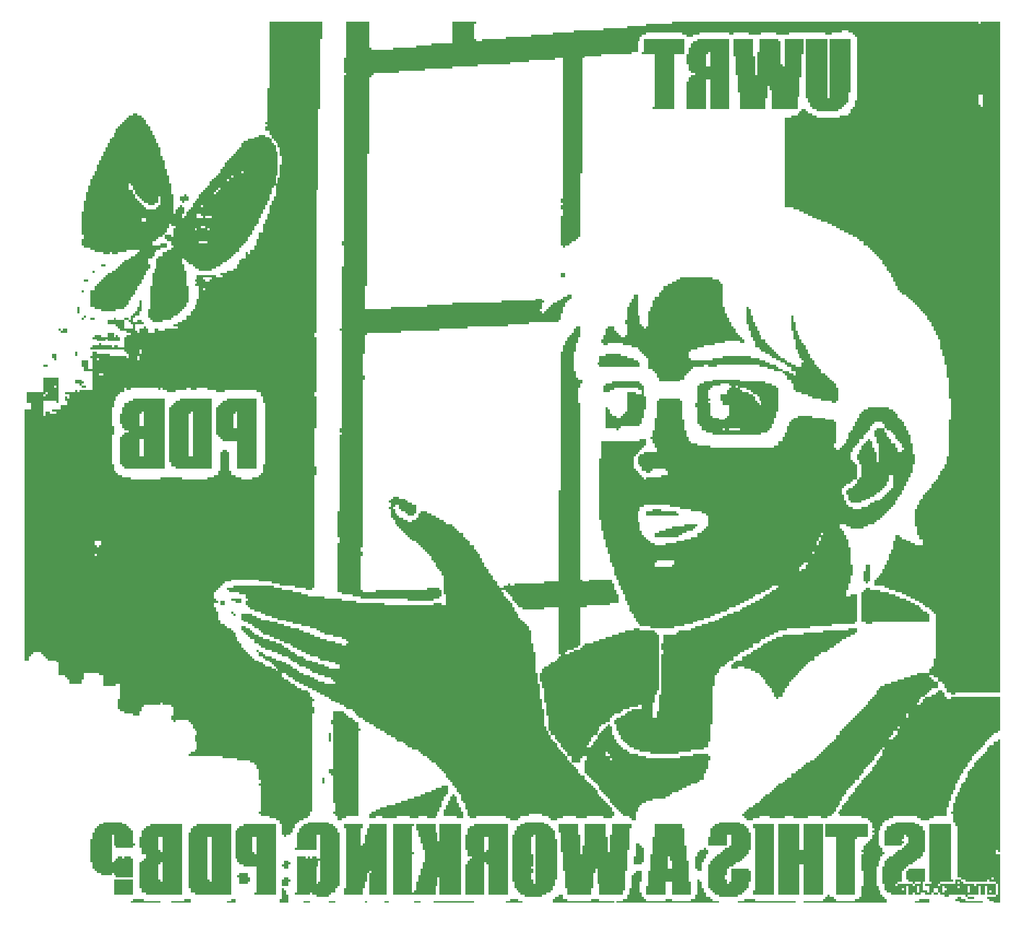
<source format=gbo>
G04*
G04 #@! TF.GenerationSoftware,Altium Limited,Altium Designer,21.6.4 (81)*
G04*
G04 Layer_Color=32896*
%FSLAX25Y25*%
%MOIN*%
G70*
G04*
G04 #@! TF.SameCoordinates,612E0561-CA96-4152-8DAB-8F70A6F423CF*
G04*
G04*
G04 #@! TF.FilePolarity,Positive*
G04*
G01*
G75*
G36*
X332614Y98364D02*
X311984D01*
Y97381D01*
X310020D01*
Y98364D01*
X308055D01*
Y100328D01*
X307073D01*
Y102293D01*
X306090D01*
Y103275D01*
X304125D01*
Y105240D01*
X302161D01*
Y106222D01*
X300196D01*
Y105240D01*
X301178D01*
Y104258D01*
X302161D01*
Y103275D01*
X304125D01*
Y100328D01*
X301178D01*
Y99346D01*
X300196D01*
Y98364D01*
X299214D01*
Y97381D01*
X298231D01*
Y96399D01*
X301178D01*
Y97381D01*
X303143D01*
Y98364D01*
X304125D01*
Y99346D01*
X306090D01*
Y98364D01*
X307073D01*
Y96399D01*
X308055D01*
Y95416D01*
X310020D01*
Y96399D01*
X332614D01*
Y80681D01*
X331632D01*
Y79699D01*
X329667D01*
Y78716D01*
X328685D01*
Y77734D01*
X327702D01*
Y76751D01*
X326720D01*
Y75769D01*
X325738D01*
Y73804D01*
X324755D01*
Y72822D01*
X323773D01*
Y71840D01*
X322791D01*
Y70857D01*
X321808D01*
Y69875D01*
X320826D01*
Y68893D01*
X319843D01*
Y66928D01*
X318861D01*
Y65945D01*
X317879D01*
Y63981D01*
X316896D01*
Y62998D01*
X315914D01*
Y61034D01*
X314932D01*
Y60051D01*
X313949D01*
Y58087D01*
X312967D01*
Y56122D01*
X311984D01*
Y53175D01*
X311002D01*
Y51210D01*
X310020D01*
Y48263D01*
X309037D01*
Y45316D01*
X308055D01*
Y41386D01*
X302161D01*
Y40404D01*
X300196D01*
Y39421D01*
X296267D01*
Y40404D01*
X294302D01*
Y41386D01*
X283496D01*
Y40404D01*
X281531D01*
Y39421D01*
X279566D01*
Y38439D01*
X278584D01*
Y36474D01*
X277602D01*
Y34510D01*
X276619D01*
Y27633D01*
X277602D01*
Y26651D01*
X278584D01*
Y24686D01*
X279566D01*
Y23704D01*
X278584D01*
Y22721D01*
X277602D01*
Y20756D01*
X276619D01*
Y17809D01*
X275637D01*
Y8968D01*
X276619D01*
Y7003D01*
X277602D01*
Y5039D01*
X278584D01*
Y4056D01*
X279566D01*
Y3074D01*
X280549D01*
Y1109D01*
X242236D01*
Y2092D01*
X251078D01*
Y3074D01*
X252060D01*
Y4056D01*
X253042D01*
Y5039D01*
X254025D01*
Y4056D01*
X255990D01*
Y3074D01*
X256972D01*
Y2092D01*
X265813D01*
Y3074D01*
X267778D01*
Y4056D01*
X268760D01*
Y8968D01*
X269743D01*
Y15845D01*
X268760D01*
Y23704D01*
X269743D01*
Y24686D01*
X268760D01*
Y25668D01*
X269743D01*
Y27633D01*
X270725D01*
Y28615D01*
X271707D01*
Y29598D01*
X272690D01*
Y30580D01*
X273672D01*
Y32545D01*
X274655D01*
Y33527D01*
X273672D01*
Y34510D01*
X274655D01*
Y35492D01*
X273672D01*
Y38439D01*
X272690D01*
Y39421D01*
X271707D01*
Y40404D01*
X268760D01*
Y41386D01*
X258937D01*
Y42369D01*
X257954D01*
Y43351D01*
X258937D01*
Y44333D01*
X259919D01*
Y46298D01*
X260901D01*
Y47280D01*
X261884D01*
Y48263D01*
X262866D01*
Y50227D01*
X263848D01*
Y51210D01*
X264831D01*
Y52192D01*
X265813D01*
Y54157D01*
X266795D01*
Y55139D01*
X267778D01*
Y56122D01*
X268760D01*
Y58087D01*
X269743D01*
Y59069D01*
X270725D01*
Y60051D01*
X271707D01*
Y61034D01*
X272690D01*
Y62016D01*
X273672D01*
Y63981D01*
X274655D01*
Y64963D01*
X275637D01*
Y66928D01*
X276619D01*
Y67910D01*
X277602D01*
Y68893D01*
X278584D01*
Y71840D01*
X277602D01*
Y70857D01*
X276619D01*
Y69875D01*
X275637D01*
Y68893D01*
X274655D01*
Y66928D01*
X273672D01*
Y65945D01*
X272690D01*
Y64963D01*
X271707D01*
Y63981D01*
X270725D01*
Y62998D01*
X269743D01*
Y61034D01*
X268760D01*
Y60051D01*
X267778D01*
Y58087D01*
X265813D01*
Y56122D01*
X264831D01*
Y55139D01*
X263848D01*
Y54157D01*
X262866D01*
Y53175D01*
X261884D01*
Y51210D01*
X260901D01*
Y50227D01*
X259919D01*
Y48263D01*
X258937D01*
Y46298D01*
X257954D01*
Y45316D01*
X256972D01*
Y43351D01*
X255990D01*
Y42369D01*
X255007D01*
Y41386D01*
X253042D01*
Y40404D01*
X250095D01*
Y41386D01*
X244201D01*
Y40404D01*
X237325D01*
Y41386D01*
X233395D01*
Y40404D01*
X226519D01*
Y41386D01*
X221607D01*
Y40404D01*
X218659D01*
Y39421D01*
X215712D01*
Y40404D01*
X214730D01*
Y41386D01*
X213748D01*
Y42369D01*
X214730D01*
Y43351D01*
X215712D01*
Y44333D01*
X216695D01*
Y45316D01*
X218659D01*
Y46298D01*
X219642D01*
Y47280D01*
X221607D01*
Y48263D01*
X222589D01*
Y49245D01*
X223571D01*
Y50227D01*
X224554D01*
Y51210D01*
X226519D01*
Y52192D01*
X227501D01*
Y53175D01*
X228483D01*
Y54157D01*
X229466D01*
Y55139D01*
X230448D01*
Y56122D01*
X232413D01*
Y57104D01*
X233395D01*
Y58087D01*
X234377D01*
Y59069D01*
X236342D01*
Y61034D01*
X238307D01*
Y62016D01*
X239289D01*
Y62998D01*
X241254D01*
Y63981D01*
X242236D01*
Y64963D01*
X243219D01*
Y65945D01*
X245183D01*
Y66928D01*
X247148D01*
Y67910D01*
X248131D01*
Y68893D01*
X249113D01*
Y69875D01*
X250095D01*
Y70857D01*
X251078D01*
Y71840D01*
X252060D01*
Y72822D01*
X253042D01*
Y73804D01*
X254025D01*
Y74787D01*
X255007D01*
Y75769D01*
X255990D01*
Y76751D01*
X256972D01*
Y78716D01*
X258937D01*
Y80681D01*
X259919D01*
Y81663D01*
X260901D01*
Y82646D01*
X261884D01*
Y83628D01*
X262866D01*
Y84610D01*
X263848D01*
Y85593D01*
X264831D01*
Y86575D01*
X265813D01*
Y87558D01*
X266795D01*
Y88540D01*
X267778D01*
Y89522D01*
X268760D01*
Y90505D01*
X269743D01*
Y91487D01*
X270725D01*
Y92469D01*
X271707D01*
Y94434D01*
X272690D01*
Y95416D01*
X273672D01*
Y96399D01*
X274655D01*
Y97381D01*
X275637D01*
Y99346D01*
X276619D01*
Y100328D01*
X277602D01*
Y101311D01*
X279566D01*
Y102293D01*
X282513D01*
Y103275D01*
X285460D01*
Y104258D01*
X288408D01*
Y105240D01*
X291355D01*
Y106222D01*
X294302D01*
Y107205D01*
X300196D01*
Y109170D01*
X301178D01*
Y110152D01*
X302161D01*
Y114081D01*
X303143D01*
Y134711D01*
X302161D01*
Y135694D01*
X301178D01*
Y136676D01*
X300196D01*
Y137658D01*
X298231D01*
Y138641D01*
X297249D01*
Y139623D01*
X295284D01*
Y140605D01*
X293319D01*
Y141588D01*
X291355D01*
Y142570D01*
X289390D01*
Y143552D01*
X287425D01*
Y144535D01*
X284478D01*
Y145517D01*
X281531D01*
Y146500D01*
X279566D01*
Y147482D01*
X274655D01*
Y150429D01*
X275637D01*
Y151411D01*
X276619D01*
Y152394D01*
X277602D01*
Y153376D01*
X278584D01*
Y155341D01*
X279566D01*
Y157306D01*
X280549D01*
Y159270D01*
X281531D01*
Y162217D01*
X282513D01*
Y164182D01*
X283496D01*
Y168112D01*
X284478D01*
Y171059D01*
X286443D01*
Y170076D01*
X287425D01*
Y169094D01*
X289390D01*
Y168112D01*
X291355D01*
Y167129D01*
X293319D01*
Y166147D01*
X297249D01*
Y169094D01*
X295284D01*
Y171059D01*
X294302D01*
Y174988D01*
X293319D01*
Y182847D01*
X294302D01*
Y184812D01*
X295284D01*
Y186777D01*
X296267D01*
Y187759D01*
X297249D01*
Y189724D01*
X298231D01*
Y190706D01*
X299214D01*
Y191688D01*
X300196D01*
Y192671D01*
X301178D01*
Y194635D01*
X302161D01*
Y195618D01*
X303143D01*
Y196600D01*
X304125D01*
Y198565D01*
X305108D01*
Y200530D01*
X306090D01*
Y201512D01*
X307073D01*
Y203477D01*
X308055D01*
Y207406D01*
X309037D01*
Y224107D01*
X310020D01*
Y233930D01*
X309037D01*
Y243754D01*
X308055D01*
Y249648D01*
X307073D01*
Y253577D01*
X306090D01*
Y256525D01*
X305108D01*
Y261437D01*
X304125D01*
Y263401D01*
X303143D01*
Y265366D01*
X302161D01*
Y267331D01*
X301178D01*
Y269295D01*
X300196D01*
Y270278D01*
X299214D01*
Y272242D01*
X298231D01*
Y273225D01*
X297249D01*
Y274207D01*
X296267D01*
Y275190D01*
X295284D01*
Y276172D01*
X294302D01*
Y277154D01*
X293319D01*
Y278137D01*
X292337D01*
Y279119D01*
X291355D01*
Y280101D01*
X290372D01*
Y281084D01*
X289390D01*
Y282066D01*
X287425D01*
Y283049D01*
X286443D01*
Y284031D01*
X285460D01*
Y285996D01*
X284478D01*
Y287960D01*
X283496D01*
Y289925D01*
X282513D01*
Y291890D01*
X281531D01*
Y292872D01*
X280549D01*
Y294837D01*
X279566D01*
Y295819D01*
X278584D01*
Y297784D01*
X277602D01*
Y298766D01*
X276619D01*
Y299749D01*
X275637D01*
Y300731D01*
X274655D01*
Y301713D01*
X273672D01*
Y302696D01*
X272690D01*
Y303678D01*
X271707D01*
Y304661D01*
X269743D01*
Y306625D01*
X267778D01*
Y307608D01*
X266795D01*
Y308590D01*
X264831D01*
Y309573D01*
X262866D01*
Y310555D01*
X260901D01*
Y311537D01*
X258937D01*
Y312520D01*
X256972D01*
Y313502D01*
X255007D01*
Y314484D01*
X253042D01*
Y315467D01*
X250095D01*
Y316449D01*
X248131D01*
Y317431D01*
X246166D01*
Y318414D01*
X244201D01*
Y319396D01*
X242236D01*
Y320378D01*
X240272D01*
Y321361D01*
X237325D01*
Y322343D01*
X233395D01*
Y363603D01*
X236342D01*
Y364585D01*
X239289D01*
Y365567D01*
X240272D01*
Y366550D01*
X241254D01*
Y367532D01*
X243219D01*
Y366550D01*
X244201D01*
Y365567D01*
X246166D01*
Y364585D01*
X248131D01*
Y363603D01*
X258937D01*
Y364585D01*
X262866D01*
Y365567D01*
X263848D01*
Y367532D01*
X264831D01*
Y368514D01*
X265813D01*
Y371462D01*
X266795D01*
Y400933D01*
X265813D01*
Y401915D01*
X264831D01*
Y402897D01*
X262866D01*
Y403880D01*
X259919D01*
Y402897D01*
X255007D01*
Y401915D01*
X252060D01*
Y402897D01*
X235360D01*
Y401915D01*
X229466D01*
Y402897D01*
X222589D01*
Y401915D01*
X216695D01*
Y402897D01*
X209818D01*
Y401915D01*
X207854D01*
Y402897D01*
X194100D01*
Y401915D01*
X191153D01*
Y400933D01*
X188206D01*
Y401915D01*
X186241D01*
Y402897D01*
X169541D01*
Y401915D01*
X167576D01*
Y400933D01*
X166594D01*
Y398968D01*
X165612D01*
Y394056D01*
X162665D01*
Y393074D01*
X148911D01*
Y392091D01*
X141052D01*
Y391109D01*
X140070D01*
Y338061D01*
X139088D01*
Y308590D01*
X138105D01*
Y307608D01*
X137123D01*
Y306625D01*
X135158D01*
Y305643D01*
X134176D01*
Y304661D01*
X132211D01*
Y303678D01*
X131229D01*
Y304661D01*
X130246D01*
Y318414D01*
X131229D01*
Y321361D01*
X130246D01*
Y323326D01*
X131229D01*
Y324308D01*
X130246D01*
Y326273D01*
X131229D01*
Y391109D01*
X127299D01*
Y390127D01*
X115511D01*
Y389144D01*
X106670D01*
Y388162D01*
X91934D01*
Y387179D01*
X80146D01*
Y386197D01*
X67375D01*
Y385215D01*
X55587D01*
Y384232D01*
X43798D01*
Y383250D01*
X42816D01*
Y382268D01*
X41833D01*
Y346902D01*
X40851D01*
Y285996D01*
X39869D01*
Y275190D01*
X51657D01*
Y276172D01*
X68357D01*
Y277154D01*
X80146D01*
Y278137D01*
X102740D01*
Y279119D01*
X118458D01*
Y280101D01*
X121405D01*
Y279119D01*
X122388D01*
Y278137D01*
X121405D01*
Y275190D01*
X120423D01*
Y274207D01*
X121405D01*
Y273225D01*
X122388D01*
Y274207D01*
X123370D01*
Y275190D01*
X124352D01*
Y276172D01*
X125335D01*
Y277154D01*
X126317D01*
Y278137D01*
X128282D01*
Y279119D01*
X130246D01*
Y280101D01*
X131229D01*
Y281084D01*
X133194D01*
Y282066D01*
X135158D01*
Y280101D01*
X134176D01*
Y279119D01*
X133194D01*
Y278137D01*
X132211D01*
Y276172D01*
X131229D01*
Y273225D01*
X130246D01*
Y270278D01*
X129264D01*
Y269295D01*
X115511D01*
Y268313D01*
X105687D01*
Y267331D01*
X87022D01*
Y266348D01*
X74252D01*
Y265366D01*
X56569D01*
Y264384D01*
X40851D01*
Y263401D01*
X39869D01*
Y254560D01*
X38886D01*
Y244736D01*
X39869D01*
Y242772D01*
X38886D01*
Y165164D01*
X37904D01*
Y163200D01*
X38886D01*
Y161235D01*
X37904D01*
Y145517D01*
X38886D01*
Y144535D01*
X44781D01*
Y145517D01*
X68357D01*
Y146500D01*
X74252D01*
Y145517D01*
X75234D01*
Y142570D01*
X74252D01*
Y141588D01*
X71305D01*
Y140605D01*
X59516D01*
Y141588D01*
X37904D01*
Y142570D01*
X33974D01*
Y143552D01*
X29063D01*
Y144535D01*
X27098D01*
Y167129D01*
X28080D01*
Y170076D01*
X27098D01*
Y181865D01*
X28080D01*
Y217230D01*
X29063D01*
Y218212D01*
X28080D01*
Y220177D01*
X29063D01*
Y265366D01*
X28080D01*
Y266348D01*
X29063D01*
Y294837D01*
X30045D01*
Y304661D01*
X29063D01*
Y306625D01*
X30045D01*
Y383250D01*
X31027D01*
Y384232D01*
X30045D01*
Y391109D01*
X31027D01*
Y407809D01*
X41833D01*
Y396021D01*
X42816D01*
Y395038D01*
X52640D01*
Y396021D01*
X63446D01*
Y397003D01*
X70322D01*
Y397986D01*
X80146D01*
Y407809D01*
X90952D01*
Y406827D01*
X89969D01*
Y399950D01*
X90952D01*
Y398968D01*
X93899D01*
Y399950D01*
X104705D01*
Y400933D01*
X116493D01*
Y401915D01*
X126317D01*
Y402897D01*
X136141D01*
Y403880D01*
X149894D01*
Y404862D01*
X160700D01*
Y405844D01*
X169541D01*
Y406827D01*
X181330D01*
Y407809D01*
X322791D01*
Y406827D01*
X323773D01*
Y407809D01*
X332614D01*
Y98364D01*
D02*
G37*
G36*
X242236Y393074D02*
X241254D01*
Y392091D01*
Y382268D01*
X240272D01*
Y373426D01*
X239289D01*
Y367532D01*
X227501D01*
Y376373D01*
X226519D01*
Y378338D01*
X225536D01*
Y372444D01*
X224554D01*
Y367532D01*
X212765D01*
Y375391D01*
X211783D01*
Y383250D01*
X210801D01*
Y392091D01*
X209818D01*
Y399950D01*
X218659D01*
Y392091D01*
X219642D01*
Y383250D01*
X220624D01*
Y394056D01*
X221607D01*
Y399950D01*
X230448D01*
Y398968D01*
X231430D01*
Y388162D01*
X232413D01*
Y387179D01*
X233395D01*
Y399950D01*
X242236D01*
Y393074D01*
D02*
G37*
G36*
X263848Y375391D02*
X262866D01*
Y370479D01*
X261884D01*
Y369497D01*
X260901D01*
Y368514D01*
X259919D01*
Y367532D01*
X257954D01*
Y366550D01*
X248131D01*
Y367532D01*
X246166D01*
Y368514D01*
X245183D01*
Y370479D01*
X244201D01*
Y372444D01*
X243219D01*
Y397003D01*
Y397986D01*
Y399950D01*
X253042D01*
Y372444D01*
X254025D01*
Y399950D01*
X263848D01*
Y375391D01*
D02*
G37*
G36*
X207854D02*
Y374409D01*
Y367532D01*
X199012D01*
Y381285D01*
X197047D01*
Y367532D01*
X188206D01*
Y380303D01*
X189189D01*
Y382268D01*
X190171D01*
Y383250D01*
X192136D01*
Y384232D01*
X190171D01*
Y385215D01*
X189189D01*
Y388162D01*
X188206D01*
Y393074D01*
X189189D01*
Y396021D01*
X190171D01*
Y397986D01*
X191153D01*
Y398968D01*
X193118D01*
Y399950D01*
X207854D01*
Y375391D01*
D02*
G37*
G36*
X187224Y393074D02*
X182312D01*
Y367532D01*
X172488D01*
Y368514D01*
X173471D01*
Y372444D01*
Y373426D01*
Y393074D01*
X167576D01*
Y394056D01*
X168559D01*
Y399950D01*
X187224D01*
Y393074D01*
D02*
G37*
G36*
X20221Y399950D02*
X19239D01*
Y367532D01*
X18257D01*
Y330202D01*
X17274D01*
Y264384D01*
X16292D01*
Y262419D01*
X17274D01*
Y236877D01*
X16292D01*
Y234913D01*
X17274D01*
Y220177D01*
X16292D01*
Y202495D01*
X17274D01*
Y198565D01*
X16292D01*
Y146500D01*
X15310D01*
Y145517D01*
X12362D01*
Y146500D01*
X7451D01*
Y147482D01*
X574D01*
Y148464D01*
X-3355D01*
Y149447D01*
X-9250D01*
Y150429D01*
X-22020D01*
Y149447D01*
X-24968D01*
Y148464D01*
X-25950D01*
Y147482D01*
X-26932D01*
Y146500D01*
X-27915D01*
Y145517D01*
X-28897D01*
Y144535D01*
X-29879D01*
Y141588D01*
X-28897D01*
Y140605D01*
X-27915D01*
Y139623D01*
X-29879D01*
Y137658D01*
X-28897D01*
Y135694D01*
X-27915D01*
Y131764D01*
X-26932D01*
Y129799D01*
X-24968D01*
Y128817D01*
X-23985D01*
Y127834D01*
X-22020D01*
Y126852D01*
X-21038D01*
Y125870D01*
X-20056D01*
Y123905D01*
X-19073D01*
Y121940D01*
X-18091D01*
Y120958D01*
X-17109D01*
Y118993D01*
X-16126D01*
Y118011D01*
X-15144D01*
Y117028D01*
X-14162D01*
Y116046D01*
X-13179D01*
Y115064D01*
X-12197D01*
Y114081D01*
X-11214D01*
Y113099D01*
X-9250D01*
Y112117D01*
X-7285D01*
Y111134D01*
X-6302D01*
Y110152D01*
X-3355D01*
Y109170D01*
X-1391D01*
Y108187D01*
X-408D01*
Y109170D01*
X-1391D01*
Y110152D01*
X-2373D01*
Y111134D01*
X-3355D01*
Y112117D01*
X-4338D01*
Y113099D01*
X-6302D01*
Y114081D01*
X-7285D01*
Y115064D01*
X-9250D01*
Y117028D01*
X-10232D01*
Y118011D01*
X-9250D01*
Y117028D01*
X-7285D01*
Y116046D01*
X-6302D01*
Y115064D01*
X-3355D01*
Y114081D01*
X-1391D01*
Y113099D01*
X1556D01*
Y112117D01*
X3521D01*
Y111134D01*
X5486D01*
Y110152D01*
X6468D01*
Y109170D01*
X8433D01*
Y108187D01*
X9415D01*
Y107205D01*
X11380D01*
Y106222D01*
X14327D01*
Y105240D01*
X16292D01*
Y104258D01*
X18257D01*
Y103275D01*
X21204D01*
Y102293D01*
X26116D01*
Y103275D01*
X25133D01*
Y104258D01*
X24151D01*
Y105240D01*
X21204D01*
Y106222D01*
X18257D01*
Y107205D01*
X15310D01*
Y108187D01*
X14327D01*
Y109170D01*
X12362D01*
Y110152D01*
X9415D01*
Y111134D01*
X8433D01*
Y112117D01*
X6468D01*
Y113099D01*
X5486D01*
Y114081D01*
X4504D01*
Y115064D01*
X1556D01*
Y116046D01*
X-408D01*
Y117028D01*
X-3355D01*
Y118011D01*
X-6302D01*
Y118993D01*
X-8267D01*
Y119976D01*
X-9250D01*
Y120958D01*
X-11214D01*
Y122923D01*
X-13179D01*
Y123905D01*
X-14162D01*
Y124887D01*
X-15144D01*
Y125870D01*
X-16126D01*
Y126852D01*
X-17109D01*
Y128817D01*
X-15144D01*
Y127834D01*
X-13179D01*
Y126852D01*
X-12197D01*
Y125870D01*
X-11214D01*
Y124887D01*
X-9250D01*
Y123905D01*
X-7285D01*
Y122923D01*
X-4338D01*
Y121940D01*
X-1391D01*
Y120958D01*
X1556D01*
Y119976D01*
X2539D01*
Y118993D01*
X4504D01*
Y118011D01*
X5486D01*
Y117028D01*
X7451D01*
Y116046D01*
X8433D01*
Y115064D01*
X11380D01*
Y114081D01*
X12362D01*
Y113099D01*
X15310D01*
Y112117D01*
X18257D01*
Y111134D01*
X21204D01*
Y110152D01*
X23168D01*
Y109170D01*
X28080D01*
Y111134D01*
X26116D01*
Y112117D01*
X23168D01*
Y113099D01*
X19239D01*
Y114081D01*
X18257D01*
Y115064D01*
X14327D01*
Y116046D01*
X12362D01*
Y117028D01*
X10398D01*
Y118011D01*
X8433D01*
Y118993D01*
X6468D01*
Y119976D01*
X5486D01*
Y120958D01*
X2539D01*
Y121940D01*
X574D01*
Y122923D01*
X-2373D01*
Y123905D01*
X-4338D01*
Y124887D01*
X-7285D01*
Y125870D01*
X-8267D01*
Y126852D01*
X-9250D01*
Y127834D01*
X-11214D01*
Y128817D01*
X-12197D01*
Y129799D01*
X-14162D01*
Y130782D01*
X-16126D01*
Y131764D01*
X-17109D01*
Y134711D01*
X-12197D01*
Y133729D01*
X-10232D01*
Y132746D01*
X-8267D01*
Y131764D01*
X-4338D01*
Y130782D01*
X-408D01*
Y129799D01*
X2539D01*
Y128817D01*
X5486D01*
Y127834D01*
X9415D01*
Y126852D01*
X11380D01*
Y125870D01*
X14327D01*
Y124887D01*
X16292D01*
Y123905D01*
X19239D01*
Y122923D01*
X22186D01*
Y121940D01*
X26116D01*
Y120958D01*
X29063D01*
Y119976D01*
X31027D01*
Y120958D01*
X32010D01*
Y121940D01*
X31027D01*
Y122923D01*
X29063D01*
Y123905D01*
X25133D01*
Y124887D01*
X21204D01*
Y125870D01*
X19239D01*
Y126852D01*
X17274D01*
Y127834D01*
X14327D01*
Y128817D01*
X10398D01*
Y129799D01*
X6468D01*
Y130782D01*
X3521D01*
Y131764D01*
X-408D01*
Y132746D01*
X-3355D01*
Y133729D01*
X-6302D01*
Y134711D01*
X-8267D01*
Y135694D01*
X-11214D01*
Y136676D01*
X-13179D01*
Y137658D01*
X-14162D01*
Y138641D01*
X-15144D01*
Y140605D01*
X-14162D01*
Y141588D01*
X-15144D01*
Y143552D01*
X-18091D01*
Y144535D01*
X-23003D01*
Y145517D01*
X-23985D01*
Y146500D01*
X-21038D01*
Y147482D01*
X-2373D01*
Y146500D01*
X1556D01*
Y145517D01*
X6468D01*
Y144535D01*
X10398D01*
Y143552D01*
X13345D01*
Y142570D01*
X21204D01*
Y141588D01*
X29063D01*
Y140605D01*
X35939D01*
Y139623D01*
X48710D01*
Y138641D01*
X71305D01*
Y139623D01*
X75234D01*
Y138641D01*
X77199D01*
Y143552D01*
X76216D01*
Y152394D01*
X75234D01*
Y154358D01*
X74252D01*
Y155341D01*
X73269D01*
Y156323D01*
X72287D01*
Y158288D01*
X71305D01*
Y159270D01*
X70322D01*
Y161235D01*
X69340D01*
Y162217D01*
X68357D01*
Y163200D01*
X67375D01*
Y164182D01*
X66393D01*
Y165164D01*
X65410D01*
Y166147D01*
X64428D01*
Y167129D01*
X63446D01*
Y168112D01*
X61481D01*
Y169094D01*
X60498D01*
Y170076D01*
X59516D01*
Y171059D01*
X58534D01*
Y172041D01*
X57551D01*
Y173023D01*
X56569D01*
Y174006D01*
X55587D01*
Y174988D01*
X54604D01*
Y175970D01*
X53622D01*
Y177935D01*
X52640D01*
Y178918D01*
X51657D01*
Y182847D01*
X50675D01*
Y183829D01*
X51657D01*
Y185794D01*
X50675D01*
Y186777D01*
X51657D01*
Y187759D01*
X52640D01*
Y188741D01*
X55587D01*
Y187759D01*
X58534D01*
Y186777D01*
X59516D01*
Y185794D01*
X61481D01*
Y184812D01*
X63446D01*
Y180882D01*
X62463D01*
Y179900D01*
X59516D01*
Y180882D01*
X58534D01*
Y181865D01*
X56569D01*
Y182847D01*
X55587D01*
Y184812D01*
X53622D01*
Y183829D01*
X52640D01*
Y182847D01*
X53622D01*
Y180882D01*
X54604D01*
Y179900D01*
X55587D01*
Y178918D01*
X57551D01*
Y177935D01*
X59516D01*
Y176953D01*
X61481D01*
Y177935D01*
X63446D01*
Y178918D01*
X64428D01*
Y180882D01*
X65410D01*
Y181865D01*
X68357D01*
Y180882D01*
X70322D01*
Y179900D01*
X72287D01*
Y178918D01*
X74252D01*
Y177935D01*
X76216D01*
Y176953D01*
X77199D01*
Y175970D01*
X80146D01*
Y174988D01*
X81128D01*
Y174006D01*
X82111D01*
Y173023D01*
X83093D01*
Y172041D01*
X85058D01*
Y170076D01*
X86040D01*
Y169094D01*
X87022D01*
Y168112D01*
X88005D01*
Y166147D01*
X89969D01*
Y164182D01*
X90952D01*
Y163200D01*
X91934D01*
Y162217D01*
X92917D01*
Y160253D01*
X93899D01*
Y158288D01*
X94881D01*
Y156323D01*
X95864D01*
Y155341D01*
X96846D01*
Y153376D01*
X97828D01*
Y152394D01*
X98811D01*
Y150429D01*
X99793D01*
Y149447D01*
X100776D01*
Y147482D01*
X101758D01*
Y146500D01*
X103723D01*
Y147482D01*
X105687D01*
Y148464D01*
X106670D01*
Y147482D01*
X108634D01*
Y148464D01*
X122388D01*
Y149447D01*
X129264D01*
Y191688D01*
X130246D01*
Y255542D01*
X131229D01*
Y258489D01*
X132211D01*
Y260454D01*
X133194D01*
Y262419D01*
X134176D01*
Y263401D01*
X135158D01*
Y264384D01*
X136141D01*
Y266348D01*
X137123D01*
Y267331D01*
X139088D01*
Y262419D01*
X138105D01*
Y259472D01*
X137123D01*
Y255542D01*
X136141D01*
Y246701D01*
X137123D01*
Y243754D01*
X138105D01*
Y242772D01*
X140070D01*
Y240807D01*
X139088D01*
Y238842D01*
X138105D01*
Y231965D01*
X139088D01*
Y150429D01*
X140070D01*
Y149447D01*
X143017D01*
Y150429D01*
X153823D01*
Y148464D01*
X154806D01*
Y145517D01*
X155788D01*
Y143552D01*
X156770D01*
Y139623D01*
X152841D01*
Y138641D01*
X142035D01*
Y137658D01*
X139088D01*
Y119976D01*
X138105D01*
Y118993D01*
X136141D01*
Y118011D01*
X139088D01*
Y118993D01*
X140070D01*
Y119976D01*
X141052D01*
Y120958D01*
X144982D01*
Y121940D01*
X147929D01*
Y122923D01*
X150876D01*
Y123905D01*
X153823D01*
Y124887D01*
X156770D01*
Y125870D01*
X159718D01*
Y126852D01*
X163647D01*
Y127834D01*
X166594D01*
Y126852D01*
X173471D01*
Y125870D01*
X174453D01*
Y124887D01*
X175435D01*
Y99346D01*
X174453D01*
Y97381D01*
X173471D01*
Y93452D01*
X172488D01*
Y86575D01*
X174453D01*
Y89522D01*
X175435D01*
Y97381D01*
X176418D01*
Y116046D01*
X177400D01*
Y118011D01*
X176418D01*
Y120958D01*
X177400D01*
Y124887D01*
X183294D01*
Y125870D01*
X184277D01*
Y126852D01*
X190171D01*
Y127834D01*
X192136D01*
Y128817D01*
X195083D01*
Y129799D01*
X198030D01*
Y130782D01*
X200977D01*
Y131764D01*
X202942D01*
Y132746D01*
X204906D01*
Y133729D01*
X206871D01*
Y134711D01*
X209818D01*
Y135694D01*
X212765D01*
Y136676D01*
X213748D01*
Y137658D01*
X215712D01*
Y138641D01*
X217677D01*
Y139623D01*
X219642D01*
Y140605D01*
X221607D01*
Y141588D01*
X223571D01*
Y142570D01*
X224554D01*
Y143552D01*
X226519D01*
Y144535D01*
X227501D01*
Y145517D01*
X229466D01*
Y146500D01*
X230448D01*
Y147482D01*
X227501D01*
Y146500D01*
X226519D01*
Y145517D01*
X224554D01*
Y144535D01*
X222589D01*
Y143552D01*
X219642D01*
Y142570D01*
X218659D01*
Y141588D01*
X216695D01*
Y140605D01*
X214730D01*
Y139623D01*
X212765D01*
Y138641D01*
X210801D01*
Y137658D01*
X207854D01*
Y136676D01*
X206871D01*
Y135694D01*
X203924D01*
Y134711D01*
X200977D01*
Y133729D01*
X199012D01*
Y132746D01*
X196065D01*
Y131764D01*
X193118D01*
Y130782D01*
X191153D01*
Y129799D01*
X187224D01*
Y128817D01*
X182312D01*
Y127834D01*
X171506D01*
Y128817D01*
X166594D01*
Y129799D01*
X165612D01*
Y130782D01*
X164629D01*
Y132746D01*
X163647D01*
Y134711D01*
X162665D01*
Y135694D01*
X161682D01*
Y138641D01*
X160700D01*
Y140605D01*
X159718D01*
Y143552D01*
X158735D01*
Y145517D01*
X157753D01*
Y147482D01*
X156770D01*
Y150429D01*
X155788D01*
Y152394D01*
X154806D01*
Y156323D01*
X153823D01*
Y158288D01*
X152841D01*
Y162217D01*
X151859D01*
Y165164D01*
X150876D01*
Y169094D01*
X149894D01*
Y173023D01*
X148911D01*
Y177935D01*
X147929D01*
Y206424D01*
X148911D01*
Y214283D01*
X166594D01*
Y215265D01*
X169541D01*
Y212318D01*
X168559D01*
Y211336D01*
X167576D01*
Y210353D01*
X166594D01*
Y209371D01*
X165612D01*
Y208389D01*
X164629D01*
Y207406D01*
X163647D01*
Y201512D01*
X164629D01*
Y200530D01*
X165612D01*
Y199547D01*
X166594D01*
Y198565D01*
X167576D01*
Y197583D01*
X168559D01*
Y196600D01*
X169541D01*
Y197583D01*
X176418D01*
Y198565D01*
X179365D01*
Y200530D01*
X178383D01*
Y201512D01*
X172488D01*
Y200530D01*
X171506D01*
Y199547D01*
X169541D01*
Y200530D01*
X167576D01*
Y202495D01*
X166594D01*
Y203477D01*
X165612D01*
Y207406D01*
X166594D01*
Y208389D01*
X168559D01*
Y209371D01*
X174453D01*
Y211336D01*
X173471D01*
Y213300D01*
X172488D01*
Y215265D01*
X171506D01*
Y216248D01*
X172488D01*
Y219195D01*
X173471D01*
Y225089D01*
X174453D01*
Y232948D01*
X175435D01*
Y233930D01*
X185259D01*
Y232948D01*
X186241D01*
Y224107D01*
X187224D01*
Y219195D01*
X188206D01*
Y216248D01*
X189189D01*
Y214283D01*
X190171D01*
Y213300D01*
X193118D01*
Y212318D01*
X199012D01*
Y211336D01*
X228483D01*
Y212318D01*
X230448D01*
Y214283D01*
X232413D01*
Y216248D01*
X233395D01*
Y218212D01*
X234377D01*
Y221159D01*
X235360D01*
Y223124D01*
X236342D01*
Y224107D01*
X237325D01*
Y225089D01*
X239289D01*
Y226071D01*
X246166D01*
Y225089D01*
X252060D01*
Y224107D01*
X255990D01*
Y223124D01*
X256972D01*
Y213300D01*
X255990D01*
Y211336D01*
X256972D01*
Y210353D01*
X258937D01*
Y211336D01*
X259919D01*
Y212318D01*
X260901D01*
Y213300D01*
X261884D01*
Y215265D01*
X262866D01*
Y218212D01*
X263848D01*
Y219195D01*
X264831D01*
Y221159D01*
X265813D01*
Y223124D01*
X266795D01*
Y225089D01*
X267778D01*
Y227054D01*
X268760D01*
Y228036D01*
X269743D01*
Y229018D01*
X271707D01*
Y230001D01*
X281531D01*
Y229018D01*
X283496D01*
Y228036D01*
X284478D01*
Y227054D01*
X285460D01*
Y225089D01*
X286443D01*
Y224107D01*
X287425D01*
Y223124D01*
X288408D01*
Y221159D01*
X289390D01*
Y219195D01*
X290372D01*
Y217230D01*
X291355D01*
Y213300D01*
X292337D01*
Y208389D01*
X293319D01*
Y203477D01*
X292337D01*
Y199547D01*
X291355D01*
Y197583D01*
X290372D01*
Y195618D01*
X289390D01*
Y193653D01*
X288408D01*
Y191688D01*
X287425D01*
Y189724D01*
X286443D01*
Y188741D01*
X285460D01*
Y186777D01*
X284478D01*
Y184812D01*
X283496D01*
Y183829D01*
X282513D01*
Y182847D01*
X281531D01*
Y181865D01*
X280549D01*
Y180882D01*
X279566D01*
Y179900D01*
X278584D01*
Y178918D01*
X277602D01*
Y177935D01*
X275637D01*
Y176953D01*
X274655D01*
Y175970D01*
X271707D01*
Y174988D01*
X269743D01*
Y174006D01*
X263848D01*
Y174988D01*
X261884D01*
Y175970D01*
X258937D01*
Y174006D01*
X259919D01*
Y173023D01*
X260901D01*
Y171059D01*
X261884D01*
Y169094D01*
X262866D01*
Y165164D01*
X263848D01*
Y157306D01*
X264831D01*
Y152394D01*
X263848D01*
Y148464D01*
X262866D01*
Y145517D01*
X261884D01*
Y142570D01*
X263848D01*
Y143552D01*
X266795D01*
Y130782D01*
X265813D01*
Y129799D01*
X255007D01*
Y128817D01*
X245183D01*
Y127834D01*
X234377D01*
Y126852D01*
X230448D01*
Y125870D01*
X228483D01*
Y124887D01*
X226519D01*
Y123905D01*
X224554D01*
Y122923D01*
X222589D01*
Y121940D01*
X221607D01*
Y120958D01*
X218659D01*
Y118993D01*
X216695D01*
Y118011D01*
X214730D01*
Y117028D01*
X212765D01*
Y116046D01*
X211783D01*
Y115064D01*
X209818D01*
Y113099D01*
X207854D01*
Y112117D01*
X206871D01*
Y111134D01*
X205889D01*
Y110152D01*
X203924D01*
Y109170D01*
X202942D01*
Y107205D01*
X201959D01*
Y106222D01*
X200977D01*
Y101311D01*
X199995D01*
Y83628D01*
X199012D01*
Y75769D01*
X198030D01*
Y72822D01*
X196065D01*
Y71840D01*
X190171D01*
Y70857D01*
X184277D01*
Y69875D01*
X171506D01*
Y70857D01*
X166594D01*
Y71840D01*
X163647D01*
Y72822D01*
X161682D01*
Y73804D01*
X160700D01*
Y74787D01*
X159718D01*
Y75769D01*
X158735D01*
Y76751D01*
X157753D01*
Y78716D01*
X156770D01*
Y80681D01*
X155788D01*
Y83628D01*
X154806D01*
Y85593D01*
X155788D01*
Y86575D01*
X157753D01*
Y87558D01*
X159718D01*
Y88540D01*
X160700D01*
Y89522D01*
X162665D01*
Y90505D01*
X167576D01*
Y92469D01*
X165612D01*
Y91487D01*
X161682D01*
Y90505D01*
X158735D01*
Y89522D01*
X157753D01*
Y88540D01*
X154806D01*
Y87558D01*
X153823D01*
Y86575D01*
X152841D01*
Y84610D01*
X150876D01*
Y83628D01*
X148911D01*
Y82646D01*
X147929D01*
Y80681D01*
X146947D01*
Y78716D01*
X147929D01*
Y79699D01*
X148911D01*
Y80681D01*
X149894D01*
Y81663D01*
X150876D01*
Y82646D01*
X151859D01*
Y83628D01*
X152841D01*
Y82646D01*
X153823D01*
Y78716D01*
X154806D01*
Y76751D01*
X155788D01*
Y74787D01*
X156770D01*
Y73804D01*
X157753D01*
Y72822D01*
X158735D01*
Y71840D01*
X160700D01*
Y70857D01*
X161682D01*
Y69875D01*
X165612D01*
Y68893D01*
X169541D01*
Y67910D01*
X185259D01*
Y68893D01*
X191153D01*
Y69875D01*
X198030D01*
Y68893D01*
X199012D01*
Y66928D01*
X198030D01*
Y62998D01*
X197047D01*
Y61034D01*
X196065D01*
Y58087D01*
X194100D01*
Y57104D01*
X193118D01*
Y56122D01*
X190171D01*
Y55139D01*
X188206D01*
Y54157D01*
X186241D01*
Y53175D01*
X184277D01*
Y52192D01*
X181330D01*
Y51210D01*
X180347D01*
Y50227D01*
X178383D01*
Y49245D01*
X172488D01*
Y48263D01*
X169541D01*
Y47280D01*
X167576D01*
Y46298D01*
X166594D01*
Y45316D01*
X165612D01*
Y43351D01*
X164629D01*
Y39421D01*
X162665D01*
Y40404D01*
X161682D01*
Y41386D01*
X158735D01*
Y42369D01*
X157753D01*
Y43351D01*
X156770D01*
Y44333D01*
X155788D01*
Y45316D01*
X154806D01*
Y46298D01*
X153823D01*
Y47280D01*
X152841D01*
Y49245D01*
X151859D01*
Y50227D01*
X150876D01*
Y51210D01*
X149894D01*
Y52192D01*
X148911D01*
Y53175D01*
X147929D01*
Y55139D01*
X146947D01*
Y56122D01*
X145964D01*
Y57104D01*
X144982D01*
Y58087D01*
X144000D01*
Y59069D01*
X143017D01*
Y60051D01*
X142035D01*
Y61034D01*
X141052D01*
Y66928D01*
X142035D01*
Y68893D01*
X140070D01*
Y67910D01*
X139088D01*
Y65945D01*
X135158D01*
Y68893D01*
X133194D01*
Y70857D01*
X132211D01*
Y71840D01*
X131229D01*
Y72822D01*
X130246D01*
Y74787D01*
X129264D01*
Y75769D01*
X128282D01*
Y76751D01*
X127299D01*
Y78716D01*
X125335D01*
Y80681D01*
X124352D01*
Y87558D01*
X123370D01*
Y93452D01*
X122388D01*
Y100328D01*
X121405D01*
Y103275D01*
X120423D01*
Y107205D01*
X121405D01*
Y109170D01*
X122388D01*
Y110152D01*
X124352D01*
Y111134D01*
X125335D01*
Y112117D01*
X127299D01*
Y113099D01*
X128282D01*
Y114081D01*
X129264D01*
Y115064D01*
X130246D01*
Y116046D01*
X129264D01*
Y137658D01*
X122388D01*
Y136676D01*
X112564D01*
Y137658D01*
X110599D01*
Y138641D01*
X109617D01*
Y139623D01*
X108634D01*
Y140605D01*
X107652D01*
Y142570D01*
X106670D01*
Y143552D01*
X105687D01*
Y144535D01*
X104705D01*
Y145517D01*
X102740D01*
Y144535D01*
X103723D01*
Y142570D01*
X104705D01*
Y141588D01*
X105687D01*
Y140605D01*
X106670D01*
Y139623D01*
X107652D01*
Y137658D01*
X108634D01*
Y135694D01*
X109617D01*
Y134711D01*
X110599D01*
Y132746D01*
X111582D01*
Y131764D01*
X112564D01*
Y130782D01*
X113546D01*
Y129799D01*
X114529D01*
Y128817D01*
X115511D01*
Y126852D01*
X116493D01*
Y120958D01*
X117476D01*
Y117028D01*
X118458D01*
Y107205D01*
X119440D01*
Y102293D01*
X120423D01*
Y95416D01*
X121405D01*
Y90505D01*
X122388D01*
Y82646D01*
X123370D01*
Y80681D01*
X124352D01*
Y78716D01*
X125335D01*
Y76751D01*
X126317D01*
Y75769D01*
X127299D01*
Y74787D01*
X128282D01*
Y72822D01*
X129264D01*
Y71840D01*
X130246D01*
Y70857D01*
X131229D01*
Y69875D01*
X132211D01*
Y68893D01*
X133194D01*
Y66928D01*
X134176D01*
Y65945D01*
X135158D01*
Y64963D01*
X136141D01*
Y63981D01*
X137123D01*
Y62998D01*
X138105D01*
Y61034D01*
X139088D01*
Y60051D01*
X141052D01*
Y58087D01*
X142035D01*
Y57104D01*
X143017D01*
Y56122D01*
X144000D01*
Y55139D01*
X144982D01*
Y54157D01*
X145964D01*
Y53175D01*
X146947D01*
Y51210D01*
X147929D01*
Y50227D01*
X148911D01*
Y49245D01*
X149894D01*
Y48263D01*
X150876D01*
Y47280D01*
X151859D01*
Y46298D01*
X152841D01*
Y45316D01*
X153823D01*
Y43351D01*
X154806D01*
Y41386D01*
X153823D01*
Y40404D01*
X149894D01*
Y41386D01*
X142035D01*
Y40404D01*
X137123D01*
Y41386D01*
X131229D01*
Y40404D01*
X128282D01*
Y39421D01*
X125335D01*
Y40404D01*
X124352D01*
Y41386D01*
X121405D01*
Y42369D01*
X115511D01*
Y41386D01*
X111582D01*
Y40404D01*
X110599D01*
Y39421D01*
X106670D01*
Y40404D01*
X104705D01*
Y41386D01*
X90952D01*
Y40404D01*
X88005D01*
Y41386D01*
X87022D01*
Y44333D01*
X86040D01*
Y47280D01*
X85058D01*
Y48263D01*
X84075D01*
Y51210D01*
X83093D01*
Y52192D01*
X82111D01*
Y54157D01*
X81128D01*
Y55139D01*
X80146D01*
Y57104D01*
X79163D01*
Y58087D01*
X78181D01*
Y59069D01*
X77199D01*
Y61034D01*
X76216D01*
Y62016D01*
X75234D01*
Y62998D01*
X74252D01*
Y63981D01*
X73269D01*
Y64963D01*
X72287D01*
Y65945D01*
X70322D01*
Y66928D01*
X69340D01*
Y67910D01*
X68357D01*
Y68893D01*
X66393D01*
Y69875D01*
X65410D01*
Y70857D01*
X64428D01*
Y71840D01*
X61481D01*
Y72822D01*
X59516D01*
Y73804D01*
X58534D01*
Y74787D01*
X57551D01*
Y75769D01*
X54604D01*
Y76751D01*
X53622D01*
Y77734D01*
X51657D01*
Y78716D01*
X49692D01*
Y79699D01*
X48710D01*
Y80681D01*
X46745D01*
Y81663D01*
X44781D01*
Y82646D01*
X43798D01*
Y83628D01*
X41833D01*
Y84610D01*
X39869D01*
Y85593D01*
X38886D01*
Y86575D01*
X36922D01*
Y87558D01*
X35939D01*
Y88540D01*
X34957D01*
Y89522D01*
X33974D01*
Y90505D01*
X31027D01*
Y91487D01*
X30045D01*
Y92469D01*
X28080D01*
Y93452D01*
X26116D01*
Y94434D01*
X24151D01*
Y95416D01*
X23168D01*
Y96399D01*
X21204D01*
Y97381D01*
X19239D01*
Y98364D01*
X17274D01*
Y99346D01*
X15310D01*
Y100328D01*
X13345D01*
Y101311D01*
X11380D01*
Y102293D01*
X9415D01*
Y103275D01*
X7451D01*
Y104258D01*
X6468D01*
Y105240D01*
X4504D01*
Y106222D01*
X3521D01*
Y107205D01*
X1556D01*
Y105240D01*
X2539D01*
Y104258D01*
X4504D01*
Y103275D01*
X5486D01*
Y102293D01*
X7451D01*
Y101311D01*
X8433D01*
Y100328D01*
X10398D01*
Y99346D01*
X13345D01*
Y98364D01*
X14327D01*
Y96399D01*
X15310D01*
Y95416D01*
X16292D01*
Y94434D01*
X15310D01*
Y91487D01*
X16292D01*
Y88540D01*
X15310D01*
Y43351D01*
X14327D01*
Y41386D01*
X13345D01*
Y40404D01*
X11380D01*
Y39421D01*
X9415D01*
Y38439D01*
X8433D01*
Y37457D01*
X7451D01*
Y35492D01*
X6468D01*
Y33527D01*
X5486D01*
Y32545D01*
X3521D01*
Y31563D01*
X2539D01*
Y32545D01*
X1556D01*
Y37457D01*
X574D01*
Y39421D01*
X-1391D01*
Y40404D01*
X-4338D01*
Y41386D01*
X-8267D01*
Y42369D01*
X-9250D01*
Y43351D01*
X-8267D01*
Y55139D01*
X-9250D01*
Y56122D01*
X-8267D01*
Y58087D01*
X-9250D01*
Y62998D01*
X-10232D01*
Y64963D01*
X-11214D01*
Y65945D01*
X-13179D01*
Y66928D01*
X-19073D01*
Y67910D01*
X-25950D01*
Y68893D01*
X-41668D01*
Y69875D01*
X-40685D01*
Y70857D01*
X-38721D01*
Y71840D01*
X-37738D01*
Y75769D01*
X-38721D01*
Y78716D01*
X-37738D01*
Y80681D01*
X-38721D01*
Y81663D01*
X-39703D01*
Y83628D01*
X-40685D01*
Y84610D01*
X-41668D01*
Y85593D01*
X-47562D01*
Y84610D01*
X-48544D01*
Y85593D01*
X-49527D01*
Y87558D01*
X-48544D01*
Y91487D01*
X-49527D01*
Y92469D01*
X-53456D01*
Y93452D01*
X-54439D01*
Y92469D01*
X-62297D01*
Y91487D01*
X-63280D01*
Y89522D01*
X-64262D01*
Y87558D01*
X-67209D01*
Y88540D01*
X-71139D01*
Y89522D01*
X-73103D01*
Y90505D01*
X-74086D01*
Y95416D01*
X-73103D01*
Y102293D01*
X-75068D01*
Y101311D01*
X-80962D01*
Y106222D01*
X-82927D01*
Y107205D01*
X-89804D01*
Y104258D01*
X-90786D01*
Y102293D01*
X-96680D01*
Y104258D01*
X-97663D01*
Y105240D01*
X-98645D01*
Y106222D01*
X-101592D01*
Y112117D01*
X-102575D01*
Y113099D01*
X-106504D01*
Y114081D01*
X-107486D01*
Y115064D01*
X-108469D01*
Y116046D01*
X-109451D01*
Y117028D01*
X-113381D01*
Y116046D01*
X-114363D01*
Y115064D01*
X-115345D01*
Y113099D01*
X-117310D01*
Y229018D01*
X-114363D01*
Y231965D01*
X-116328D01*
Y236877D01*
X-108469D01*
Y243754D01*
X-101592D01*
Y231965D01*
X-102575D01*
Y232948D01*
X-108469D01*
Y226071D01*
X-107486D01*
Y228036D01*
X-105522D01*
Y227054D01*
X-102575D01*
Y228036D01*
X-104539D01*
Y229018D01*
X-100610D01*
Y230983D01*
X-97663D01*
Y232948D01*
X-98645D01*
Y234913D01*
X-97663D01*
Y233930D01*
X-96680D01*
Y235895D01*
X-98645D01*
Y236877D01*
X-93733D01*
Y237860D01*
X-92751D01*
Y236877D01*
X-91768D01*
Y237860D01*
X-85874D01*
Y246701D01*
X-89804D01*
Y248666D01*
X-90786D01*
Y251613D01*
X-87839D01*
Y247683D01*
X-85874D01*
Y252595D01*
X-86857D01*
Y253577D01*
X-85874D01*
Y255542D01*
X-83909D01*
Y254560D01*
X-78015D01*
Y253577D01*
X-70156D01*
Y252595D01*
X-69174D01*
Y254560D01*
X-70156D01*
Y255542D01*
X-71139D01*
Y256525D01*
X-86857D01*
Y257507D01*
X-85874D01*
Y258489D01*
X-82927D01*
Y259472D01*
X-81945D01*
Y258489D01*
X-77033D01*
Y257507D01*
X-76051D01*
Y258489D01*
X-74086D01*
Y257507D01*
X-71139D01*
Y262419D01*
X-70156D01*
Y263401D01*
X-68192D01*
Y264384D01*
X-70156D01*
Y265366D01*
X-73103D01*
Y266348D01*
X-74086D01*
Y267331D01*
X-75068D01*
Y268313D01*
X-78998D01*
Y270278D01*
X-76051D01*
Y271260D01*
X-75068D01*
Y270278D01*
X-71139D01*
Y266348D01*
X-67209D01*
Y268313D01*
X-68192D01*
Y269295D01*
X-69174D01*
Y270278D01*
X-71139D01*
Y271260D01*
X-69174D01*
Y270278D01*
X-68192D01*
Y272242D01*
X-67209D01*
Y273225D01*
X-66227D01*
Y274207D01*
X-65245D01*
Y276172D01*
X-64262D01*
Y279119D01*
X-63280D01*
Y274207D01*
X-64262D01*
Y272242D01*
X-66227D01*
Y271260D01*
X-67209D01*
Y269295D01*
X-65245D01*
Y270278D01*
X-63280D01*
Y269295D01*
X-62297D01*
Y268313D01*
X-66227D01*
Y265366D01*
X-65245D01*
Y264384D01*
X-64262D01*
Y266348D01*
X-62297D01*
Y267331D01*
X-61315D01*
Y266348D01*
X-60333D01*
Y264384D01*
X-57386D01*
Y266348D01*
X-55421D01*
Y265366D01*
X-52474D01*
Y266348D01*
X-46580D01*
Y267331D01*
X-48544D01*
Y268313D01*
X-46580D01*
Y269295D01*
X-44615D01*
Y270278D01*
X-42650D01*
Y272242D01*
X-40685D01*
Y274207D01*
X-39703D01*
Y275190D01*
X-38721D01*
Y277154D01*
X-37738D01*
Y280101D01*
X-36756D01*
Y285996D01*
X-38721D01*
Y286978D01*
X-37738D01*
Y287960D01*
X-38721D01*
Y288943D01*
X-37738D01*
Y290908D01*
X-28897D01*
Y289925D01*
X-25950D01*
Y290908D01*
X-26932D01*
Y291890D01*
X-23985D01*
Y292872D01*
X-21038D01*
Y293855D01*
X-19073D01*
Y295819D01*
X-18091D01*
Y297784D01*
X-17109D01*
Y298766D01*
X-15144D01*
Y301713D01*
X-14162D01*
Y300731D01*
X-13179D01*
Y302696D01*
X-11214D01*
Y304661D01*
X-10232D01*
Y307608D01*
X-9250D01*
Y310555D01*
X-7285D01*
Y314484D01*
X-6302D01*
Y316449D01*
X-5320D01*
Y319396D01*
X-4338D01*
Y323326D01*
X-3355D01*
Y325290D01*
X-2373D01*
Y327255D01*
X-1391D01*
Y332167D01*
X-2373D01*
Y331185D01*
X-3355D01*
Y328237D01*
X-4338D01*
Y325290D01*
X-5320D01*
Y323326D01*
X-6302D01*
Y321361D01*
X-7285D01*
Y319396D01*
X-8267D01*
Y317431D01*
X-9250D01*
Y314484D01*
X-10232D01*
Y313502D01*
X-11214D01*
Y311537D01*
X-12197D01*
Y309573D01*
X-13179D01*
Y308590D01*
X-14162D01*
Y306625D01*
X-15144D01*
Y305643D01*
X-16126D01*
Y304661D01*
X-17109D01*
Y303678D01*
X-18091D01*
Y301713D01*
X-20056D01*
Y300731D01*
X-21038D01*
Y299749D01*
X-22020D01*
Y298766D01*
X-23003D01*
Y297784D01*
X-23985D01*
Y296802D01*
X-25950D01*
Y295819D01*
X-26932D01*
Y294837D01*
X-28897D01*
Y293855D01*
X-30862D01*
Y292872D01*
X-36756D01*
Y293855D01*
X-38721D01*
Y294837D01*
X-39703D01*
Y295819D01*
X-41668D01*
Y296802D01*
X-42650D01*
Y297784D01*
X-43633D01*
Y298766D01*
X-44615D01*
Y295819D01*
X-43633D01*
Y292872D01*
X-42650D01*
Y285996D01*
X-41668D01*
Y278137D01*
X-42650D01*
Y276172D01*
X-43633D01*
Y275190D01*
X-44615D01*
Y274207D01*
X-45597D01*
Y273225D01*
X-46580D01*
Y272242D01*
X-48544D01*
Y271260D01*
X-49527D01*
Y270278D01*
X-53456D01*
Y269295D01*
X-58368D01*
Y270278D01*
X-59350D01*
Y271260D01*
X-60333D01*
Y275190D01*
X-59350D01*
Y285996D01*
X-58368D01*
Y291890D01*
X-57386D01*
Y293855D01*
X-56403D01*
Y298766D01*
X-55421D01*
Y299749D01*
X-53456D01*
Y301713D01*
X-51491D01*
Y302696D01*
X-49527D01*
Y303678D01*
X-48544D01*
Y304661D01*
X-49527D01*
Y306625D01*
X-51491D01*
Y307608D01*
X-52474D01*
Y309573D01*
X-53456D01*
Y308590D01*
X-55421D01*
Y307608D01*
X-56403D01*
Y306625D01*
X-58368D01*
Y304661D01*
X-54439D01*
Y305643D01*
X-51491D01*
Y303678D01*
X-54439D01*
Y302696D01*
X-56403D01*
Y301713D01*
X-57386D01*
Y299749D01*
X-58368D01*
Y298766D01*
X-60333D01*
Y295819D01*
X-59350D01*
Y293855D01*
X-60333D01*
Y292872D01*
X-61315D01*
Y290908D01*
X-62297D01*
Y288943D01*
X-63280D01*
Y286978D01*
X-64262D01*
Y285996D01*
X-65245D01*
Y284031D01*
X-66227D01*
Y282066D01*
X-67209D01*
Y281084D01*
X-68192D01*
Y279119D01*
X-69174D01*
Y277154D01*
X-70156D01*
Y276172D01*
X-71139D01*
Y275190D01*
X-75068D01*
Y274207D01*
X-81945D01*
Y275190D01*
X-84892D01*
Y276172D01*
X-86857D01*
Y284031D01*
X-84892D01*
Y285996D01*
X-83909D01*
Y286978D01*
X-82927D01*
Y287960D01*
X-81945D01*
Y288943D01*
X-80962D01*
Y289925D01*
X-79980D01*
Y290908D01*
X-78998D01*
Y291890D01*
X-77033D01*
Y292872D01*
X-75068D01*
Y293855D01*
X-74086D01*
Y294837D01*
X-73103D01*
Y295819D01*
X-72121D01*
Y296802D01*
X-71139D01*
Y297784D01*
X-69174D01*
Y298766D01*
X-68192D01*
Y299749D01*
X-66227D01*
Y300731D01*
X-65245D01*
Y301713D01*
X-64262D01*
Y302696D01*
X-70156D01*
Y301713D01*
X-74086D01*
Y300731D01*
X-77033D01*
Y301713D01*
X-78015D01*
Y300731D01*
X-80962D01*
Y301713D01*
X-84892D01*
Y302696D01*
X-86857D01*
Y303678D01*
X-89804D01*
Y304661D01*
X-90786D01*
Y307608D01*
X-89804D01*
Y309573D01*
X-90786D01*
Y320378D01*
X-89804D01*
Y325290D01*
X-88821D01*
Y329220D01*
X-87839D01*
Y332167D01*
X-86857D01*
Y335114D01*
X-85874D01*
Y337079D01*
X-84892D01*
Y339043D01*
X-83909D01*
Y341991D01*
X-82927D01*
Y343955D01*
X-81945D01*
Y345920D01*
X-80962D01*
Y347885D01*
X-79980D01*
Y349850D01*
X-78998D01*
Y351814D01*
X-78015D01*
Y353779D01*
X-77033D01*
Y354761D01*
X-76051D01*
Y356726D01*
X-75068D01*
Y358691D01*
X-74086D01*
Y359673D01*
X-73103D01*
Y360656D01*
X-72121D01*
Y361638D01*
X-71139D01*
Y362620D01*
X-70156D01*
Y363603D01*
X-69174D01*
Y364585D01*
X-67209D01*
Y365567D01*
X-65245D01*
Y364585D01*
X-63280D01*
Y363603D01*
X-62297D01*
Y362620D01*
X-61315D01*
Y360656D01*
X-60333D01*
Y359673D01*
X-59350D01*
Y357709D01*
X-58368D01*
Y355744D01*
X-57386D01*
Y353779D01*
X-56403D01*
Y351814D01*
X-55421D01*
Y349850D01*
X-54439D01*
Y345920D01*
X-53456D01*
Y343955D01*
X-52474D01*
Y340026D01*
X-51491D01*
Y337079D01*
X-50509D01*
Y333149D01*
X-49527D01*
Y328237D01*
X-48544D01*
Y319396D01*
X-47562D01*
Y321361D01*
X-46580D01*
Y322343D01*
X-45597D01*
Y323326D01*
X-44615D01*
Y322343D01*
X-43633D01*
Y319396D01*
X-44615D01*
Y317431D01*
X-43633D01*
Y318414D01*
X-42650D01*
Y320378D01*
X-41668D01*
Y321361D01*
X-40685D01*
Y322343D01*
X-39703D01*
Y324308D01*
X-38721D01*
Y325290D01*
X-37738D01*
Y326273D01*
X-36756D01*
Y328237D01*
X-35774D01*
Y329220D01*
X-34791D01*
Y330202D01*
X-33809D01*
Y331185D01*
X-32826D01*
Y332167D01*
X-31844D01*
Y334132D01*
X-30862D01*
Y335114D01*
X-29879D01*
Y336096D01*
X-28897D01*
Y337079D01*
X-27915D01*
Y338061D01*
X-26932D01*
Y340026D01*
X-25950D01*
Y341008D01*
X-24968D01*
Y342973D01*
X-23985D01*
Y343955D01*
X-23003D01*
Y344938D01*
X-22020D01*
Y345920D01*
X-21038D01*
Y346902D01*
X-20056D01*
Y347885D01*
X-19073D01*
Y348867D01*
X-18091D01*
Y349850D01*
X-17109D01*
Y351814D01*
X-16126D01*
Y352797D01*
X-14162D01*
Y353779D01*
X-11214D01*
Y354761D01*
X-9250D01*
Y355744D01*
X-6302D01*
Y354761D01*
X-4338D01*
Y353779D01*
X-3355D01*
Y351814D01*
X-2373D01*
Y350832D01*
X-1391D01*
Y347885D01*
X-408D01*
Y337079D01*
X-1391D01*
Y333149D01*
X-408D01*
Y336096D01*
X574D01*
Y341991D01*
X1556D01*
Y345920D01*
X574D01*
Y349850D01*
X-408D01*
Y351814D01*
X-1391D01*
Y352797D01*
X-2373D01*
Y353779D01*
X-3355D01*
Y355744D01*
X-4338D01*
Y357709D01*
X-6302D01*
Y359673D01*
X-5320D01*
Y360656D01*
X-6302D01*
Y361638D01*
X-5320D01*
Y377356D01*
X-4338D01*
Y407809D01*
X20221D01*
Y399950D01*
D02*
G37*
G36*
X-42650Y327255D02*
X-41668D01*
Y325290D01*
X-43633D01*
Y324308D01*
X-44615D01*
Y325290D01*
X-45597D01*
Y327255D01*
X-43633D01*
Y328237D01*
X-42650D01*
Y327255D01*
D02*
G37*
G36*
X-79980Y294837D02*
X-81945D01*
Y295819D01*
X-79980D01*
Y294837D01*
D02*
G37*
G36*
X-84892Y291890D02*
X-85874D01*
Y292872D01*
X-84892D01*
Y291890D01*
D02*
G37*
G36*
X132211Y289925D02*
X130246D01*
Y291890D01*
X132211D01*
Y289925D01*
D02*
G37*
G36*
X-87839Y287960D02*
X-89804D01*
Y288943D01*
X-87839D01*
Y287960D01*
D02*
G37*
G36*
X-89804Y283049D02*
X-90786D01*
Y284031D01*
X-89804D01*
Y283049D01*
D02*
G37*
G36*
X-91768Y275190D02*
Y274207D01*
Y273225D01*
X-92751D01*
Y276172D01*
X-91768D01*
Y275190D01*
D02*
G37*
G36*
X-88821Y271260D02*
X-89804D01*
Y272242D01*
X-88821D01*
Y271260D01*
D02*
G37*
G36*
X-84892Y270278D02*
X-86857D01*
Y271260D01*
X-84892D01*
Y270278D01*
D02*
G37*
G36*
X-89804D02*
X-90786D01*
Y271260D01*
X-89804D01*
Y270278D01*
D02*
G37*
G36*
X199995Y288943D02*
X202942D01*
Y287960D01*
X203924D01*
Y286978D01*
X204906D01*
Y276172D01*
X205889D01*
Y273225D01*
X206871D01*
Y271260D01*
X207854D01*
Y269295D01*
X208836D01*
Y267331D01*
X209818D01*
Y266348D01*
X210801D01*
Y264384D01*
X211783D01*
Y263401D01*
X212765D01*
Y262419D01*
X213748D01*
Y261437D01*
X214730D01*
Y259472D01*
X212765D01*
Y260454D01*
X205889D01*
Y259472D01*
X200977D01*
Y258489D01*
X196065D01*
Y257507D01*
X193118D01*
Y256525D01*
X190171D01*
Y255542D01*
X189189D01*
Y252595D01*
X190171D01*
Y251613D01*
X199995D01*
Y252595D01*
X204906D01*
Y253577D01*
X217677D01*
Y252595D01*
X221607D01*
Y251613D01*
X224554D01*
Y250630D01*
X226519D01*
Y249648D01*
X229466D01*
Y248666D01*
X230448D01*
Y247683D01*
X232413D01*
Y246701D01*
X235360D01*
Y245719D01*
X237325D01*
Y244736D01*
X238307D01*
Y246701D01*
X236342D01*
Y248666D01*
X234377D01*
Y249648D01*
X233395D01*
Y250630D01*
X231430D01*
Y251613D01*
X229466D01*
Y252595D01*
X227501D01*
Y253577D01*
X226519D01*
Y254560D01*
X224554D01*
Y255542D01*
X222589D01*
Y256525D01*
X221607D01*
Y257507D01*
X219642D01*
Y260454D01*
X218659D01*
Y262419D01*
X217677D01*
Y265366D01*
X216695D01*
Y268313D01*
X215712D01*
Y276172D01*
X216695D01*
Y275190D01*
X217677D01*
Y272242D01*
X218659D01*
Y269295D01*
X219642D01*
Y267331D01*
X220624D01*
Y265366D01*
X221607D01*
Y263401D01*
X222589D01*
Y261437D01*
X224554D01*
Y259472D01*
X225536D01*
Y258489D01*
X226519D01*
Y257507D01*
X227501D01*
Y256525D01*
X228483D01*
Y255542D01*
X229466D01*
Y254560D01*
X230448D01*
Y253577D01*
X231430D01*
Y252595D01*
X233395D01*
Y251613D01*
X234377D01*
Y250630D01*
X236342D01*
Y249648D01*
X238307D01*
Y248666D01*
X241254D01*
Y250630D01*
X242236D01*
Y251613D01*
X241254D01*
Y252595D01*
X240272D01*
Y254560D01*
X239289D01*
Y256525D01*
X238307D01*
Y257507D01*
Y261437D01*
X237325D01*
Y265366D01*
X236342D01*
Y272242D01*
X237325D01*
Y269295D01*
X238307D01*
Y265366D01*
X239289D01*
Y263401D01*
X240272D01*
Y261437D01*
X241254D01*
Y259472D01*
X242236D01*
Y258489D01*
X243219D01*
Y256525D01*
X244201D01*
Y254560D01*
X245183D01*
Y252595D01*
X246166D01*
Y251613D01*
X247148D01*
Y249648D01*
X248131D01*
Y248666D01*
X249113D01*
Y247683D01*
X250095D01*
Y245719D01*
X252060D01*
Y244736D01*
X253042D01*
Y243754D01*
X254025D01*
Y242772D01*
X255007D01*
Y241789D01*
X255990D01*
Y240807D01*
X256972D01*
Y238842D01*
X257954D01*
Y232948D01*
X256972D01*
Y231965D01*
X255007D01*
Y232948D01*
X250095D01*
Y233930D01*
X246166D01*
Y234913D01*
X244201D01*
Y235895D01*
X241254D01*
Y236877D01*
X238307D01*
Y237860D01*
X237325D01*
Y240807D01*
X236342D01*
Y242772D01*
X234377D01*
Y244736D01*
X233395D01*
Y245719D01*
X232413D01*
Y246701D01*
X228483D01*
Y247683D01*
X225536D01*
Y248666D01*
X221607D01*
Y249648D01*
X201959D01*
Y248666D01*
X198030D01*
Y249648D01*
X196065D01*
Y248666D01*
X191153D01*
Y247683D01*
X190171D01*
Y246701D01*
X189189D01*
Y245719D01*
X188206D01*
Y244736D01*
X187224D01*
Y242772D01*
X185259D01*
Y241789D01*
X175435D01*
Y243754D01*
X174453D01*
Y245719D01*
X173471D01*
Y246701D01*
X172488D01*
Y247683D01*
X170524D01*
Y252595D01*
X169541D01*
Y253577D01*
X168559D01*
Y254560D01*
X167576D01*
Y255542D01*
X166594D01*
Y256525D01*
X165612D01*
Y257507D01*
X162665D01*
Y258489D01*
X158735D01*
Y259472D01*
X151859D01*
Y258489D01*
X149894D01*
Y259472D01*
X148911D01*
Y261437D01*
X149894D01*
Y263401D01*
X150876D01*
Y266348D01*
X151859D01*
Y267331D01*
X154806D01*
Y265366D01*
X155788D01*
Y264384D01*
X156770D01*
Y263401D01*
X157753D01*
Y262419D01*
X159718D01*
Y263401D01*
X160700D01*
Y268313D01*
X159718D01*
Y270278D01*
X160700D01*
Y276172D01*
X161682D01*
Y278137D01*
X162665D01*
Y280101D01*
X163647D01*
Y282066D01*
X165612D01*
Y272242D01*
X166594D01*
Y268313D01*
X167576D01*
Y267331D01*
X168559D01*
Y266348D01*
X169541D01*
Y267331D01*
X170524D01*
Y274207D01*
X171506D01*
Y276172D01*
X172488D01*
Y279119D01*
X173471D01*
Y281084D01*
X175435D01*
Y283049D01*
X176418D01*
Y284031D01*
X177400D01*
Y285996D01*
X179365D01*
Y286978D01*
X181330D01*
Y287960D01*
X183294D01*
Y288943D01*
X185259D01*
Y289925D01*
X199995D01*
Y288943D01*
D02*
G37*
G36*
X-97663Y264384D02*
X-100610D01*
Y265366D01*
X-101592D01*
Y266348D01*
X-100610D01*
Y265366D01*
X-99627D01*
Y266348D01*
X-97663D01*
Y264384D01*
D02*
G37*
G36*
X-76051Y262419D02*
X-75068D01*
Y263401D01*
X-74086D01*
Y262419D01*
X-73103D01*
Y260454D01*
X-78998D01*
Y261437D01*
X-79980D01*
Y260454D01*
X-83909D01*
Y261437D01*
X-85874D01*
Y262419D01*
X-84892D01*
Y263401D01*
X-81945D01*
Y262419D01*
X-78998D01*
Y264384D01*
X-76051D01*
Y262419D01*
D02*
G37*
G36*
X-92751Y253577D02*
X-93733D01*
Y254560D01*
Y255542D01*
X-92751D01*
Y253577D01*
D02*
G37*
G36*
X-102575Y252595D02*
Y251613D01*
X-103557D01*
Y252595D01*
X-104539D01*
Y254560D01*
X-102575D01*
Y252595D01*
D02*
G37*
G36*
X157753Y253577D02*
X160700D01*
Y252595D01*
X163647D01*
Y251613D01*
X165612D01*
Y250630D01*
X166594D01*
Y248666D01*
X147929D01*
Y249648D01*
X146947D01*
Y250630D01*
X147929D01*
Y253577D01*
X150876D01*
Y254560D01*
X157753D01*
Y253577D01*
D02*
G37*
G36*
X-106504Y248666D02*
X-108469D01*
Y249648D01*
X-106504D01*
Y248666D01*
D02*
G37*
G36*
X-90786Y241789D02*
X-89804D01*
Y240807D01*
X-90786D01*
Y239824D01*
X-88821D01*
Y238842D01*
X-90786D01*
Y239824D01*
X-91768D01*
Y240807D01*
X-93733D01*
Y242772D01*
X-90786D01*
Y241789D01*
D02*
G37*
G36*
X166594Y240807D02*
X167576D01*
Y239824D01*
X168559D01*
Y234913D01*
X169541D01*
Y229018D01*
X168559D01*
Y225089D01*
X167576D01*
Y222142D01*
X166594D01*
Y221159D01*
X157753D01*
Y220177D01*
X156770D01*
Y219195D01*
X155788D01*
Y220177D01*
X150876D01*
Y230001D01*
X151859D01*
Y229018D01*
X152841D01*
Y227054D01*
X153823D01*
Y226071D01*
X155788D01*
Y225089D01*
X157753D01*
Y226071D01*
X158735D01*
Y227054D01*
X159718D01*
Y228036D01*
X160700D01*
Y236877D01*
X164629D01*
Y235895D01*
X167576D01*
Y237860D01*
X165612D01*
Y238842D01*
X154806D01*
Y237860D01*
X152841D01*
Y236877D01*
X149894D01*
Y239824D01*
X150876D01*
Y240807D01*
X153823D01*
Y241789D01*
X166594D01*
Y240807D01*
D02*
G37*
G36*
X212765Y241789D02*
X224554D01*
Y240807D01*
X227501D01*
Y239824D01*
X229466D01*
Y238842D01*
X230448D01*
Y228036D01*
X229466D01*
Y225089D01*
X228483D01*
Y222142D01*
X227501D01*
Y220177D01*
X226519D01*
Y219195D01*
X225536D01*
Y218212D01*
X222589D01*
Y217230D01*
X199995D01*
Y218212D01*
X197047D01*
Y219195D01*
X195083D01*
Y221159D01*
X194100D01*
Y222142D01*
X193118D01*
Y230001D01*
X192136D01*
Y231965D01*
X193118D01*
Y239824D01*
X194100D01*
Y240807D01*
X196065D01*
Y241789D01*
X199995D01*
Y242772D01*
X212765D01*
Y241789D01*
D02*
G37*
G36*
X272690Y149447D02*
X271707D01*
Y148464D01*
X270725D01*
Y149447D01*
X269743D01*
Y153376D01*
Y154358D01*
X270725D01*
Y157306D01*
X272690D01*
Y149447D01*
D02*
G37*
G36*
X-17109Y139623D02*
X-20056D01*
Y140605D01*
X-22020D01*
Y141588D01*
X-17109D01*
Y139623D01*
D02*
G37*
G36*
X-24968Y138641D02*
X-26932D01*
Y140605D01*
X-24968D01*
Y138641D01*
D02*
G37*
G36*
X-21038Y134711D02*
X-20056D01*
Y133729D01*
X-21038D01*
Y134711D01*
X-22020D01*
Y135694D01*
X-21038D01*
Y134711D01*
D02*
G37*
G36*
X272690Y145517D02*
X277602D01*
Y144535D01*
X281531D01*
Y143552D01*
X284478D01*
Y142570D01*
X286443D01*
Y141588D01*
X289390D01*
Y140605D01*
X291355D01*
Y139623D01*
X293319D01*
Y138641D01*
X295284D01*
Y137658D01*
X296267D01*
Y136676D01*
X297249D01*
Y135694D01*
X299214D01*
Y134711D01*
X300196D01*
Y130782D01*
X273672D01*
Y129799D01*
X270725D01*
Y130782D01*
X268760D01*
Y144535D01*
X269743D01*
Y145517D01*
X270725D01*
Y146500D01*
X272690D01*
Y145517D01*
D02*
G37*
G36*
X266795Y125870D02*
X265813D01*
Y124887D01*
X263848D01*
Y123905D01*
X261884D01*
Y122923D01*
X259919D01*
Y121940D01*
X258937D01*
Y120958D01*
X256972D01*
Y119976D01*
X255990D01*
Y118993D01*
X254025D01*
Y118011D01*
X253042D01*
Y117028D01*
X250095D01*
Y116046D01*
X249113D01*
Y115064D01*
X247148D01*
Y113099D01*
X245183D01*
Y112117D01*
X244201D01*
Y111134D01*
X243219D01*
Y110152D01*
X242236D01*
Y109170D01*
X241254D01*
Y108187D01*
X240272D01*
Y107205D01*
X239289D01*
Y106222D01*
X238307D01*
Y105240D01*
X237325D01*
Y104258D01*
X236342D01*
Y103275D01*
X235360D01*
Y101311D01*
X234377D01*
Y100328D01*
X233395D01*
Y98364D01*
X232413D01*
Y96399D01*
X230448D01*
Y95416D01*
X229466D01*
Y96399D01*
X228483D01*
Y98364D01*
X227501D01*
Y100328D01*
X226519D01*
Y101311D01*
X225536D01*
Y102293D01*
X224554D01*
Y104258D01*
X223571D01*
Y105240D01*
X222589D01*
Y106222D01*
X221607D01*
Y107205D01*
X219642D01*
Y108187D01*
X217677D01*
Y109170D01*
X214730D01*
Y110152D01*
X211783D01*
Y109170D01*
X208836D01*
Y111134D01*
X209818D01*
Y112117D01*
X210801D01*
Y113099D01*
X213748D01*
Y115064D01*
X215712D01*
Y116046D01*
X217677D01*
Y117028D01*
X218659D01*
Y118011D01*
X220624D01*
Y118993D01*
X222589D01*
Y119976D01*
X223571D01*
Y120958D01*
X225536D01*
Y121940D01*
X227501D01*
Y122923D01*
X229466D01*
Y123905D01*
X232413D01*
Y124887D01*
X242236D01*
Y125870D01*
X251078D01*
Y126852D01*
X262866D01*
Y127834D01*
X266795D01*
Y125870D01*
D02*
G37*
G36*
X24151Y75769D02*
X23168D01*
Y79699D01*
X24151D01*
Y75769D01*
D02*
G37*
G36*
X21204Y56122D02*
X20221D01*
Y57104D01*
Y59069D01*
X21204D01*
Y56122D01*
D02*
G37*
G36*
X81128Y50227D02*
X82111D01*
Y47280D01*
X83093D01*
Y45316D01*
X84075D01*
Y43351D01*
X85058D01*
Y40404D01*
X82111D01*
Y41386D01*
X76216D01*
Y44333D01*
X77199D01*
Y46298D01*
X78181D01*
Y48263D01*
X79163D01*
Y50227D01*
X80146D01*
Y51210D01*
X81128D01*
Y50227D01*
D02*
G37*
G36*
X78181Y51210D02*
X77199D01*
Y50227D01*
X76216D01*
Y48263D01*
X75234D01*
Y47280D01*
Y46298D01*
Y45316D01*
X74252D01*
Y43351D01*
X73269D01*
Y41386D01*
X72287D01*
Y40404D01*
X68357D01*
Y41386D01*
X64428D01*
Y40404D01*
X60498D01*
Y41386D01*
X54604D01*
Y40404D01*
X47728D01*
Y41386D01*
X44781D01*
Y40404D01*
X41833D01*
Y42369D01*
X42816D01*
Y43351D01*
X44781D01*
Y44333D01*
X46745D01*
Y45316D01*
X49692D01*
Y46298D01*
X53622D01*
Y47280D01*
X56569D01*
Y48263D01*
X59516D01*
Y49245D01*
X62463D01*
Y50227D01*
X65410D01*
Y51210D01*
X67375D01*
Y52192D01*
X70322D01*
Y53175D01*
X72287D01*
Y54157D01*
X75234D01*
Y55139D01*
X78181D01*
Y51210D01*
D02*
G37*
G36*
X30045Y88540D02*
X31027D01*
Y87558D01*
X32010D01*
Y86575D01*
X33974D01*
Y85593D01*
X34957D01*
Y84610D01*
X36922D01*
Y81663D01*
X37904D01*
Y80681D01*
X36922D01*
Y62016D01*
Y61034D01*
Y41386D01*
X31027D01*
Y40404D01*
X29063D01*
Y39421D01*
X27098D01*
Y41386D01*
X26116D01*
Y42369D01*
X25133D01*
Y43351D01*
X26116D01*
Y47280D01*
X25133D01*
Y60051D01*
X24151D01*
Y61034D01*
X23168D01*
Y62998D01*
X25133D01*
Y83628D01*
X24151D01*
Y85593D01*
X25133D01*
Y89522D01*
X30045D01*
Y88540D01*
D02*
G37*
G36*
X84075Y5039D02*
X74252D01*
Y12898D01*
X73269D01*
Y8968D01*
X72287D01*
Y5039D01*
X52640D01*
Y37457D01*
X62463D01*
Y36474D01*
X61481D01*
Y24686D01*
X62463D01*
Y23704D01*
X61481D01*
Y6021D01*
X62463D01*
Y7003D01*
X63446D01*
Y10933D01*
X64428D01*
Y13880D01*
X65410D01*
Y16827D01*
X66393D01*
Y19774D01*
X67375D01*
Y25668D01*
X66393D01*
Y28615D01*
X65410D01*
Y31563D01*
X64428D01*
Y34510D01*
X63446D01*
Y37457D01*
X72287D01*
Y33527D01*
X73269D01*
Y29598D01*
X74252D01*
Y37457D01*
X84075D01*
Y5039D01*
D02*
G37*
G36*
X49692D02*
X41833D01*
Y14862D01*
X40851D01*
Y10933D01*
X39869D01*
Y7986D01*
X38886D01*
Y5039D01*
X30045D01*
Y7986D01*
X31027D01*
Y35492D01*
X30045D01*
Y37457D01*
X38886D01*
Y35492D01*
X37904D01*
Y27633D01*
X38886D01*
Y28615D01*
X39869D01*
Y32545D01*
X40851D01*
Y35492D01*
X41833D01*
Y37457D01*
X49692D01*
Y5039D01*
D02*
G37*
G36*
X-72121Y37457D02*
X-70156D01*
Y36474D01*
X-69174D01*
Y35492D01*
X-68192D01*
Y34510D01*
X-67209D01*
Y28615D01*
X-66227D01*
Y27633D01*
X-67209D01*
Y26651D01*
X-75068D01*
Y27633D01*
X-76051D01*
Y32545D01*
X-77033D01*
Y19774D01*
X-76051D01*
Y20756D01*
X-75068D01*
Y21739D01*
X-74086D01*
Y22721D01*
X-72121D01*
Y21739D01*
X-71139D01*
Y22721D01*
X-68192D01*
Y21739D01*
X-67209D01*
Y12898D01*
X-75068D01*
Y13880D01*
X-76051D01*
Y14862D01*
X-77033D01*
Y13880D01*
X-81945D01*
Y14862D01*
X-83909D01*
Y15845D01*
X-84892D01*
Y16827D01*
X-85874D01*
Y19774D01*
X-86857D01*
Y30580D01*
X-85874D01*
Y33527D01*
X-84892D01*
Y35492D01*
X-83909D01*
Y36474D01*
X-82927D01*
Y37457D01*
X-80962D01*
Y38439D01*
X-72121D01*
Y37457D01*
D02*
G37*
G36*
X251078Y5039D02*
X242236D01*
Y18792D01*
X240272D01*
Y17809D01*
Y16827D01*
Y5039D01*
X230448D01*
Y37457D01*
X240272D01*
Y25668D01*
X242236D01*
Y37457D01*
X251078D01*
Y5039D01*
D02*
G37*
G36*
X162665Y35492D02*
X161682D01*
Y25668D01*
X160700D01*
Y15845D01*
X159718D01*
Y7003D01*
X158735D01*
Y5039D01*
X147929D01*
Y9950D01*
X146947D01*
Y16827D01*
X145964D01*
Y14862D01*
X144982D01*
Y7986D01*
X144000D01*
Y5039D01*
X133194D01*
Y7986D01*
X132211D01*
Y15845D01*
X131229D01*
Y24686D01*
X130246D01*
Y33527D01*
X129264D01*
Y37457D01*
X138105D01*
Y32545D01*
X139088D01*
Y23704D01*
X140070D01*
Y27633D01*
X141052D01*
Y37457D01*
X150876D01*
Y31563D01*
X151859D01*
Y24686D01*
X152841D01*
Y32545D01*
X153823D01*
Y37457D01*
X162665D01*
Y35492D01*
D02*
G37*
G36*
X23168Y37457D02*
X25133D01*
Y36474D01*
X26116D01*
Y35492D01*
X27098D01*
Y33527D01*
X28080D01*
Y8968D01*
X27098D01*
Y7986D01*
X26116D01*
Y6021D01*
X24151D01*
Y5039D01*
X23168D01*
Y4056D01*
X17274D01*
Y5039D01*
X15310D01*
Y6021D01*
X14327D01*
Y5039D01*
X7451D01*
Y6021D01*
X8433D01*
Y22721D01*
X12362D01*
Y21739D01*
X13345D01*
Y22721D01*
X14327D01*
Y21739D01*
X15310D01*
Y22721D01*
X17274D01*
Y21739D01*
X19239D01*
Y32545D01*
X17274D01*
Y25668D01*
X7451D01*
Y26651D01*
X8433D01*
Y33527D01*
X9415D01*
Y35492D01*
X10398D01*
Y36474D01*
X11380D01*
Y37457D01*
X13345D01*
Y38439D01*
X23168D01*
Y37457D01*
D02*
G37*
G36*
X166594Y27633D02*
X167576D01*
Y26651D01*
X168559D01*
Y25668D01*
Y19774D01*
X167576D01*
Y18792D01*
X163647D01*
Y22721D01*
X164629D01*
Y28615D01*
X166594D01*
Y27633D01*
D02*
G37*
G36*
X4504Y19774D02*
X5486D01*
Y18792D01*
X4504D01*
Y16827D01*
X2539D01*
Y17809D01*
X1556D01*
Y18792D01*
X2539D01*
Y20756D01*
X4504D01*
Y19774D01*
D02*
G37*
G36*
X197047Y25668D02*
X198030D01*
Y23704D01*
X197047D01*
Y21739D01*
X196065D01*
Y19774D01*
X195083D01*
Y15845D01*
X193118D01*
Y16827D01*
X192136D01*
Y20756D01*
Y21739D01*
Y22721D01*
X193118D01*
Y24686D01*
X194100D01*
Y25668D01*
X196065D01*
Y26651D01*
X197047D01*
Y25668D01*
D02*
G37*
G36*
X-14162Y12898D02*
X-13179D01*
Y10933D01*
X-14162D01*
Y9950D01*
X-18091D01*
Y12898D01*
X-19073D01*
Y13880D01*
X-18091D01*
Y14862D01*
X-14162D01*
Y12898D01*
D02*
G37*
G36*
X4504Y11915D02*
X5486D01*
Y10933D01*
X4504D01*
Y8968D01*
X1556D01*
Y10933D01*
Y11915D01*
X2539D01*
Y12898D01*
X4504D01*
Y11915D01*
D02*
G37*
G36*
X332614Y24686D02*
X331632D01*
Y25668D01*
X330649D01*
Y23704D01*
X332614D01*
Y1109D01*
X329667D01*
Y2092D01*
X327702D01*
Y3074D01*
X326720D01*
Y4056D01*
X330649D01*
Y5039D01*
X326720D01*
Y8968D01*
X325738D01*
Y5039D01*
X323773D01*
Y8968D01*
X322791D01*
Y5039D01*
X317879D01*
Y4056D01*
X320826D01*
Y3074D01*
X317879D01*
Y4056D01*
X316896D01*
Y5039D01*
X309037D01*
Y4056D01*
X307073D01*
Y5039D01*
X305108D01*
Y6021D01*
X304125D01*
Y7986D01*
X302161D01*
Y6021D01*
X304125D01*
Y5039D01*
X302161D01*
Y6021D01*
X301178D01*
Y5039D01*
X298231D01*
Y6021D01*
X296267D01*
Y5039D01*
X293319D01*
Y6021D01*
X292337D01*
Y5039D01*
X290372D01*
Y8968D01*
X289390D01*
Y5039D01*
X282513D01*
Y6021D01*
X280549D01*
Y7003D01*
X279566D01*
Y9950D01*
X278584D01*
Y17809D01*
X279566D01*
Y20756D01*
X280549D01*
Y21739D01*
X281531D01*
Y22721D01*
X283496D01*
Y23704D01*
X284478D01*
Y24686D01*
X285460D01*
Y25668D01*
X287425D01*
Y26651D01*
X288408D01*
Y27633D01*
X289390D01*
Y28615D01*
X290372D01*
Y31563D01*
X289390D01*
Y32545D01*
X288408D01*
Y30580D01*
X287425D01*
Y29598D01*
X288408D01*
Y28615D01*
X287425D01*
Y27633D01*
X279566D01*
Y34510D01*
X280549D01*
Y36474D01*
X282513D01*
Y37457D01*
X284478D01*
Y38439D01*
X293319D01*
Y37457D01*
X295284D01*
Y36474D01*
X297249D01*
Y34510D01*
X298231D01*
Y24686D01*
X297249D01*
Y22721D01*
X296267D01*
Y21739D01*
X294302D01*
Y20756D01*
X293319D01*
Y19774D01*
X292337D01*
Y18792D01*
X290372D01*
Y17809D01*
X289390D01*
Y16827D01*
X288408D01*
Y15845D01*
X287425D01*
Y10933D01*
X285460D01*
Y9950D01*
X292337D01*
Y8968D01*
X293319D01*
Y9950D01*
X292337D01*
Y10933D01*
X290372D01*
Y11915D01*
X289390D01*
Y15845D01*
X290372D01*
Y16827D01*
X298231D01*
Y10933D01*
X297249D01*
Y7003D01*
X299214D01*
Y6021D01*
X300196D01*
Y8968D01*
X298231D01*
Y9950D01*
X301178D01*
Y10933D01*
X300196D01*
Y37457D01*
X310020D01*
Y11915D01*
X311002D01*
Y10933D01*
X305108D01*
Y9950D01*
X311984D01*
Y11915D01*
X314932D01*
Y10933D01*
X315914D01*
Y9950D01*
X320826D01*
Y8968D01*
X321808D01*
Y9950D01*
X330649D01*
Y5039D01*
X331632D01*
Y9950D01*
X330649D01*
Y10933D01*
X327702D01*
Y11915D01*
X326720D01*
Y10933D01*
X316896D01*
Y11915D01*
X314932D01*
Y12898D01*
X312967D01*
Y36474D01*
X311984D01*
Y38439D01*
X311002D01*
Y42369D01*
X310020D01*
Y43351D01*
X311002D01*
Y47280D01*
X311984D01*
Y50227D01*
X312967D01*
Y52192D01*
X313949D01*
Y54157D01*
X314932D01*
Y56122D01*
X315914D01*
Y57104D01*
X316896D01*
Y59069D01*
X317879D01*
Y62016D01*
X318861D01*
Y62998D01*
X319843D01*
Y63981D01*
X320826D01*
Y65945D01*
X321808D01*
Y66928D01*
X322791D01*
Y67910D01*
X323773D01*
Y68893D01*
X324755D01*
Y69875D01*
X325738D01*
Y70857D01*
X326720D01*
Y72822D01*
X327702D01*
Y73804D01*
X329667D01*
Y75769D01*
X331632D01*
Y76751D01*
X332614D01*
Y24686D01*
D02*
G37*
G36*
X271707Y31563D02*
X266795D01*
Y30580D01*
X265813D01*
Y5039D01*
X256972D01*
Y31563D01*
X252060D01*
Y37457D01*
X271707D01*
Y31563D01*
D02*
G37*
G36*
X228483Y8968D02*
Y7986D01*
Y5039D01*
X218659D01*
Y7003D01*
X219642D01*
Y35492D01*
X218659D01*
Y37457D01*
X228483D01*
Y8968D01*
D02*
G37*
G36*
X186241Y35492D02*
X187224D01*
Y27633D01*
X188206D01*
Y20756D01*
X189189D01*
Y10933D01*
X190171D01*
Y7003D01*
Y6021D01*
Y5039D01*
X181330D01*
Y10933D01*
X178383D01*
Y5039D01*
X169541D01*
Y8968D01*
X170524D01*
Y15845D01*
X171506D01*
Y23704D01*
X172488D01*
Y31563D01*
X173471D01*
Y37457D01*
X186241D01*
Y35492D01*
D02*
G37*
G36*
X105687Y5039D02*
X96846D01*
Y18792D01*
X95864D01*
Y19774D01*
X94881D01*
Y5039D01*
X86040D01*
Y18792D01*
X87022D01*
Y20756D01*
X88005D01*
Y21739D01*
X88987D01*
Y22721D01*
X87022D01*
Y23704D01*
Y24686D01*
Y25668D01*
X86040D01*
Y32545D01*
X87022D01*
Y35492D01*
X88005D01*
Y36474D01*
X89969D01*
Y37457D01*
X105687D01*
Y5039D01*
D02*
G37*
G36*
X-1391D02*
X-11214D01*
Y6021D01*
X-10232D01*
Y17809D01*
X-16126D01*
Y18792D01*
X-18091D01*
Y19774D01*
X-19073D01*
Y21739D01*
X-20056D01*
Y34510D01*
X-19073D01*
Y35492D01*
X-18091D01*
Y36474D01*
X-16126D01*
Y37457D01*
X-1391D01*
Y5039D01*
D02*
G37*
G36*
X-22020D02*
X-38721D01*
Y6021D01*
X-40685D01*
Y7986D01*
X-41668D01*
Y33527D01*
X-40685D01*
Y35492D01*
X-39703D01*
Y36474D01*
X-37738D01*
Y37457D01*
X-22020D01*
Y5039D01*
D02*
G37*
G36*
X-44615D02*
X-61315D01*
Y6021D01*
X-63280D01*
Y7986D01*
X-64262D01*
Y19774D01*
X-63280D01*
Y20756D01*
X-62297D01*
Y21739D01*
X-61315D01*
Y23704D01*
X-63280D01*
Y24686D01*
Y26651D01*
X-64262D01*
Y31563D01*
X-63280D01*
Y34510D01*
X-62297D01*
Y35492D01*
X-61315D01*
Y36474D01*
X-59350D01*
Y37457D01*
X-44615D01*
Y5039D01*
D02*
G37*
G36*
X-67209D02*
X-76051D01*
Y10933D01*
Y11915D01*
X-67209D01*
Y5039D01*
D02*
G37*
G36*
X212765Y37457D02*
X214730D01*
Y36474D01*
X215712D01*
Y35492D01*
X216695D01*
Y34510D01*
Y33527D01*
X217677D01*
Y25668D01*
X216695D01*
Y23704D01*
X215712D01*
Y22721D01*
X214730D01*
Y21739D01*
X213748D01*
Y20756D01*
X212765D01*
Y19774D01*
X210801D01*
Y18792D01*
X209818D01*
Y17809D01*
X207854D01*
Y16827D01*
X206871D01*
Y13880D01*
X205889D01*
Y11915D01*
X206871D01*
Y9950D01*
X207854D01*
Y10933D01*
X208836D01*
Y16827D01*
X216695D01*
Y15845D01*
X217677D01*
Y10933D01*
X216695D01*
Y7986D01*
X215712D01*
Y7003D01*
X214730D01*
Y6021D01*
X213748D01*
Y5039D01*
X211783D01*
Y4056D01*
X202942D01*
Y5039D01*
X200977D01*
Y6021D01*
X199995D01*
Y7003D01*
X199012D01*
Y7986D01*
X198030D01*
Y18792D01*
X199012D01*
Y20756D01*
X199995D01*
Y21739D01*
X200977D01*
Y22721D01*
X201959D01*
Y23704D01*
X203924D01*
Y24686D01*
X204906D01*
Y25668D01*
X205889D01*
Y26651D01*
X207854D01*
Y27633D01*
X208836D01*
Y32545D01*
X206871D01*
Y27633D01*
X198030D01*
Y31563D01*
X199012D01*
Y35492D01*
X199995D01*
Y36474D01*
X200977D01*
Y37457D01*
X202942D01*
Y38439D01*
X212765D01*
Y37457D01*
D02*
G37*
G36*
X122388D02*
X124352D01*
Y36474D01*
X125335D01*
Y35492D01*
X126317D01*
Y34510D01*
X127299D01*
Y30580D01*
X128282D01*
Y11915D01*
X127299D01*
Y8968D01*
X126317D01*
Y7003D01*
X125335D01*
Y6021D01*
X123370D01*
Y5039D01*
X121405D01*
Y4056D01*
X113546D01*
Y5039D01*
X111582D01*
Y6021D01*
X110599D01*
Y7003D01*
X109617D01*
Y7986D01*
X108634D01*
Y10933D01*
X107652D01*
Y32545D01*
X108634D01*
Y34510D01*
X109617D01*
Y36474D01*
X111582D01*
Y37457D01*
X113546D01*
Y38439D01*
X122388D01*
Y37457D01*
D02*
G37*
G36*
X314932Y3074D02*
X316896D01*
Y2092D01*
X324755D01*
Y1109D01*
X313949D01*
Y2092D01*
X311984D01*
Y3074D01*
X312967D01*
Y4056D01*
X314932D01*
Y3074D01*
D02*
G37*
G36*
X300196Y1109D02*
X293319D01*
Y2092D01*
X295284D01*
Y3074D01*
X300196D01*
Y1109D01*
D02*
G37*
G36*
X219642Y2092D02*
X238307D01*
Y1109D01*
X211783D01*
Y2092D01*
X214730D01*
Y3074D01*
X219642D01*
Y2092D01*
D02*
G37*
G36*
X167576Y10933D02*
X166594D01*
Y6021D01*
X167576D01*
Y4056D01*
X168559D01*
Y3074D01*
X169541D01*
Y2092D01*
X178383D01*
Y3074D01*
X181330D01*
Y2092D01*
X190171D01*
Y3074D01*
X192136D01*
Y5039D01*
X193118D01*
Y11915D01*
X194100D01*
Y10933D01*
X195083D01*
Y7986D01*
X196065D01*
Y7003D01*
Y6021D01*
X197047D01*
Y4056D01*
X199012D01*
Y3074D01*
X199995D01*
Y2092D01*
X202942D01*
Y1109D01*
X155788D01*
Y2092D01*
X158735D01*
Y3074D01*
X160700D01*
Y5039D01*
X161682D01*
Y7986D01*
X162665D01*
Y13880D01*
X163647D01*
Y14862D01*
X164629D01*
Y15845D01*
X167576D01*
Y10933D01*
D02*
G37*
G36*
X131229Y3074D02*
X133194D01*
Y2092D01*
X144000D01*
Y3074D01*
X147929D01*
Y2092D01*
X154806D01*
Y1109D01*
X126317D01*
Y3074D01*
X127299D01*
Y4056D01*
X129264D01*
Y5039D01*
X131229D01*
Y3074D01*
D02*
G37*
G36*
X110599Y2092D02*
X112564D01*
Y1109D01*
X104705D01*
Y2092D01*
X106670D01*
Y3074D01*
X110599D01*
Y2092D01*
D02*
G37*
G36*
X89969Y1109D02*
X71305D01*
Y2092D01*
X89969D01*
Y1109D01*
D02*
G37*
G36*
X65410D02*
X62463D01*
Y2092D01*
X65410D01*
Y1109D01*
D02*
G37*
G36*
X50675D02*
X48710D01*
Y2092D01*
X50675D01*
Y1109D01*
D02*
G37*
G36*
X40851D02*
X39869D01*
Y2092D01*
X40851D01*
Y1109D01*
D02*
G37*
G36*
X26116D02*
X23168D01*
Y2092D01*
X26116D01*
Y1109D01*
D02*
G37*
G36*
X14327D02*
X11380D01*
Y2092D01*
X14327D01*
Y1109D01*
D02*
G37*
G36*
X2539Y7003D02*
X3521D01*
Y5039D01*
X4504D01*
Y1109D01*
X574D01*
Y3074D01*
X1556D01*
Y7986D01*
X2539D01*
Y7003D01*
D02*
G37*
G36*
X-20056Y1109D02*
X-23985D01*
Y2092D01*
X-22020D01*
Y3074D01*
X-20056D01*
Y1109D01*
D02*
G37*
G36*
X-40685D02*
X-49527D01*
Y2092D01*
X-43633D01*
Y3074D01*
X-40685D01*
Y1109D01*
D02*
G37*
G36*
X-62297Y2092D02*
X-54439D01*
Y1109D01*
X-68192D01*
Y2092D01*
X-67209D01*
Y3074D01*
X-62297D01*
Y2092D01*
D02*
G37*
%LPC*%
G36*
X324755Y374409D02*
X322791D01*
Y373426D01*
Y369497D01*
X323773D01*
Y368514D01*
X324755D01*
Y374409D01*
D02*
G37*
G36*
X298231Y96399D02*
X296267D01*
Y95416D01*
X295284D01*
Y93452D01*
X294302D01*
Y92469D01*
X296267D01*
Y93452D01*
X297249D01*
Y95416D01*
X298231D01*
Y96399D01*
D02*
G37*
G36*
X290372Y88540D02*
X289390D01*
Y86575D01*
X290372D01*
Y87558D01*
Y88540D01*
D02*
G37*
G36*
X286443Y82646D02*
X285460D01*
Y81663D01*
X286443D01*
Y82646D01*
D02*
G37*
G36*
X285460Y80681D02*
X283496D01*
Y78716D01*
X282513D01*
Y77734D01*
X281531D01*
Y76751D01*
X283496D01*
Y77734D01*
X284478D01*
Y78716D01*
X285460D01*
Y79699D01*
Y80681D01*
D02*
G37*
G36*
X279566Y72822D02*
X278584D01*
Y71840D01*
X279566D01*
Y72822D01*
D02*
G37*
G36*
X199012Y394056D02*
X198030D01*
Y393074D01*
X197047D01*
Y387179D01*
X199012D01*
Y394056D01*
D02*
G37*
G36*
X-16126Y339043D02*
X-17109D01*
Y338061D01*
X-16126D01*
Y339043D01*
D02*
G37*
G36*
X-21038Y337079D02*
X-22020D01*
Y336096D01*
X-21038D01*
Y337079D01*
D02*
G37*
G36*
X-23003Y335114D02*
X-23985D01*
Y334132D01*
X-23003D01*
Y335114D01*
D02*
G37*
G36*
X-26932Y331185D02*
X-27915D01*
Y330202D01*
X-26932D01*
Y331185D01*
D02*
G37*
G36*
X-27915Y330202D02*
X-28897D01*
Y329220D01*
X-27915D01*
Y330202D01*
D02*
G37*
G36*
X-28897Y329220D02*
X-29879D01*
Y328237D01*
X-28897D01*
Y329220D01*
D02*
G37*
G36*
X-34791Y323326D02*
X-35774D01*
Y322343D01*
X-34791D01*
Y323326D01*
D02*
G37*
G36*
X-68192Y333149D02*
X-69174D01*
Y330202D01*
X-67209D01*
Y328237D01*
X-66227D01*
Y326273D01*
X-65245D01*
Y325290D01*
X-64262D01*
Y324308D01*
X-63280D01*
Y323326D01*
X-62297D01*
Y322343D01*
X-61315D01*
Y321361D01*
X-56403D01*
Y322343D01*
X-55421D01*
Y323326D01*
X-54439D01*
Y327255D01*
X-55421D01*
Y324308D01*
X-57386D01*
Y323326D01*
X-60333D01*
Y324308D01*
X-62297D01*
Y325290D01*
X-63280D01*
Y326273D01*
X-64262D01*
Y327255D01*
X-65245D01*
Y328237D01*
X-66227D01*
Y330202D01*
X-67209D01*
Y332167D01*
X-68192D01*
Y333149D01*
D02*
G37*
G36*
X-30862Y318414D02*
X-33809D01*
Y317431D01*
X-30862D01*
Y318414D01*
D02*
G37*
G36*
X-35774Y319396D02*
X-37738D01*
Y317431D01*
X-34791D01*
Y318414D01*
X-35774D01*
Y319396D01*
D02*
G37*
G36*
X-61315Y317431D02*
X-63280D01*
Y315467D01*
X-61315D01*
Y317431D01*
D02*
G37*
G36*
X-33809Y313502D02*
X-35774D01*
Y312520D01*
X-33809D01*
Y313502D01*
D02*
G37*
G36*
X-31844Y312520D02*
X-32826D01*
Y311537D01*
X-31844D01*
Y312520D01*
D02*
G37*
G36*
X-37738D02*
X-38721D01*
Y311537D01*
X-37738D01*
Y312520D01*
D02*
G37*
G36*
X-49527Y314484D02*
X-50509D01*
Y312520D01*
X-51491D01*
Y310555D01*
X-52474D01*
Y309573D01*
X-49527D01*
Y308590D01*
X-48544D01*
Y312520D01*
X-47562D01*
Y313502D01*
X-49527D01*
Y314484D01*
D02*
G37*
G36*
X-32826Y306625D02*
X-36756D01*
Y305643D01*
X-32826D01*
Y306625D01*
D02*
G37*
G36*
X-30862Y289925D02*
X-34791D01*
Y288943D01*
X-33809D01*
Y287960D01*
X-31844D01*
Y288943D01*
X-30862D01*
Y289925D01*
D02*
G37*
G36*
X-33809Y285013D02*
X-34791D01*
Y284031D01*
X-33809D01*
Y285013D01*
D02*
G37*
G36*
X-63280Y256525D02*
X-64262D01*
Y254560D01*
X-63280D01*
Y255542D01*
Y256525D01*
D02*
G37*
G36*
X-64262Y253577D02*
X-65245D01*
Y252595D01*
Y251613D01*
X-64262D01*
Y253577D01*
D02*
G37*
G36*
X-82927Y252595D02*
X-83909D01*
Y251613D01*
X-82927D01*
Y252595D01*
D02*
G37*
G36*
X-80962Y245719D02*
X-82927D01*
Y244736D01*
X-80962D01*
Y245719D01*
D02*
G37*
G36*
X-102575Y239824D02*
X-103557D01*
Y238842D01*
X-102575D01*
Y239824D01*
D02*
G37*
G36*
X-32826Y238842D02*
X-37738D01*
Y237860D01*
X-40685D01*
Y238842D01*
X-42650D01*
Y237860D01*
X-47562D01*
Y236877D01*
X-51491D01*
Y237860D01*
X-53456D01*
Y238842D01*
X-54439D01*
Y237860D01*
X-55421D01*
Y238842D01*
X-68192D01*
Y237860D01*
X-70156D01*
Y238842D01*
X-71139D01*
Y236877D01*
X-73103D01*
Y235895D01*
X-74086D01*
Y234913D01*
X-75068D01*
Y232948D01*
X-76051D01*
Y230001D01*
X-77033D01*
Y221159D01*
X-76051D01*
Y217230D01*
X-77033D01*
Y203477D01*
X-76051D01*
Y200530D01*
X-75068D01*
Y199547D01*
X-74086D01*
Y198565D01*
X-72121D01*
Y197583D01*
X-68192D01*
Y196600D01*
X-54439D01*
Y197583D01*
X-44615D01*
Y196600D01*
X-32826D01*
Y197583D01*
X-29879D01*
Y198565D01*
X-27915D01*
Y200530D01*
X-26932D01*
Y209371D01*
X-25950D01*
Y210353D01*
X-23985D01*
Y209371D01*
X-23003D01*
Y200530D01*
X-22020D01*
Y198565D01*
X-20056D01*
Y197583D01*
X-17109D01*
Y196600D01*
X-12197D01*
Y197583D01*
X-9250D01*
Y198565D01*
X-8267D01*
Y199547D01*
X-7285D01*
Y203477D01*
X-6302D01*
Y231965D01*
X-7285D01*
Y234913D01*
X-8267D01*
Y236877D01*
X-10232D01*
Y237860D01*
X-24968D01*
Y236877D01*
X-28897D01*
Y237860D01*
X-32826D01*
Y238842D01*
D02*
G37*
G36*
X-106504Y236877D02*
X-107486D01*
Y235895D01*
X-106504D01*
Y236877D01*
D02*
G37*
G36*
X-107486Y235895D02*
X-108469D01*
Y234913D01*
X-107486D01*
Y235895D01*
D02*
G37*
G36*
X278584Y223124D02*
X274655D01*
Y222142D01*
X273672D01*
Y221159D01*
X272690D01*
Y219195D01*
X271707D01*
Y218212D01*
X270725D01*
Y217230D01*
X269743D01*
Y215265D01*
X267778D01*
Y213300D01*
X266795D01*
Y212318D01*
X265813D01*
Y211336D01*
X264831D01*
Y209371D01*
X263848D01*
Y205442D01*
X264831D01*
Y204459D01*
X265813D01*
Y203477D01*
X266795D01*
Y196600D01*
X267778D01*
Y197583D01*
X268760D01*
Y203477D01*
X267778D01*
Y205442D01*
X266795D01*
Y208389D01*
X267778D01*
Y210353D01*
X268760D01*
Y212318D01*
X269743D01*
Y213300D01*
X270725D01*
Y214283D01*
X271707D01*
Y215265D01*
X272690D01*
Y214283D01*
X273672D01*
Y211336D01*
X274655D01*
Y209371D01*
X275637D01*
Y204459D01*
X276619D01*
Y213300D01*
X275637D01*
Y216248D01*
X274655D01*
Y219195D01*
X275637D01*
Y220177D01*
X279566D01*
Y218212D01*
X280549D01*
Y216248D01*
X281531D01*
Y215265D01*
X282513D01*
Y213300D01*
X284478D01*
Y211336D01*
X285460D01*
Y209371D01*
X287425D01*
Y210353D01*
X288408D01*
Y211336D01*
X287425D01*
Y213300D01*
X286443D01*
Y214283D01*
X285460D01*
Y215265D01*
X284478D01*
Y217230D01*
X283496D01*
Y218212D01*
X282513D01*
Y219195D01*
X280549D01*
Y220177D01*
X279566D01*
Y222142D01*
X278584D01*
Y223124D01*
D02*
G37*
G36*
X283496Y198565D02*
X281531D01*
Y195618D01*
X280549D01*
Y193653D01*
X279566D01*
Y192671D01*
X278584D01*
Y191688D01*
X277602D01*
Y190706D01*
X275637D01*
Y189724D01*
X274655D01*
Y188741D01*
X272690D01*
Y187759D01*
X270725D01*
Y186777D01*
X268760D01*
Y185794D01*
X263848D01*
Y186777D01*
X262866D01*
Y189724D01*
X261884D01*
Y191688D01*
X262866D01*
Y192671D01*
X264831D01*
Y193653D01*
X265813D01*
Y194635D01*
X266795D01*
Y196600D01*
X264831D01*
Y195618D01*
X263848D01*
Y194635D01*
X261884D01*
Y193653D01*
X260901D01*
Y192671D01*
X259919D01*
Y189724D01*
X260901D01*
Y186777D01*
X261884D01*
Y184812D01*
X262866D01*
Y183829D01*
X264831D01*
Y182847D01*
X268760D01*
Y183829D01*
X271707D01*
Y184812D01*
X272690D01*
Y185794D01*
X274655D01*
Y186777D01*
X277602D01*
Y187759D01*
X278584D01*
Y188741D01*
X279566D01*
Y189724D01*
X280549D01*
Y190706D01*
X281531D01*
Y191688D01*
X282513D01*
Y192671D01*
X283496D01*
Y198565D01*
D02*
G37*
G36*
X251078Y172041D02*
X250095D01*
Y171059D01*
X251078D01*
Y172041D01*
D02*
G37*
G36*
X250095Y170076D02*
X249113D01*
Y169094D01*
Y168112D01*
X250095D01*
Y170076D01*
D02*
G37*
G36*
X249113Y168112D02*
X248131D01*
Y166147D01*
X249113D01*
Y168112D01*
D02*
G37*
G36*
X180347Y184812D02*
X168559D01*
Y183829D01*
X166594D01*
Y181865D01*
X165612D01*
Y176953D01*
X166594D01*
Y174006D01*
Y173023D01*
X167576D01*
Y171059D01*
X168559D01*
Y170076D01*
X169541D01*
Y169094D01*
X170524D01*
Y168112D01*
X171506D01*
Y167129D01*
X173471D01*
Y166147D01*
X178383D01*
Y167129D01*
X183294D01*
Y168112D01*
X187224D01*
Y169094D01*
X190171D01*
Y170076D01*
X193118D01*
Y172041D01*
X195083D01*
Y173023D01*
X196065D01*
Y174006D01*
X197047D01*
Y174988D01*
X198030D01*
Y179900D01*
X197047D01*
Y180882D01*
X195083D01*
Y181865D01*
X190171D01*
Y182847D01*
X185259D01*
Y183829D01*
X180347D01*
Y184812D01*
D02*
G37*
G36*
X-81945Y168112D02*
X-84892D01*
Y167129D01*
Y166147D01*
X-83909D01*
Y165164D01*
X-82927D01*
Y166147D01*
X-81945D01*
Y168112D01*
D02*
G37*
G36*
X247148Y163200D02*
X246166D01*
Y162217D01*
X247148D01*
Y163200D01*
D02*
G37*
G36*
X-83909Y162217D02*
X-84892D01*
Y161235D01*
X-83909D01*
Y162217D01*
D02*
G37*
G36*
X182312Y159270D02*
X174453D01*
Y158288D01*
X173471D01*
Y156323D01*
X181330D01*
Y157306D01*
X182312D01*
Y159270D01*
D02*
G37*
G36*
X244201Y158288D02*
X242236D01*
Y157306D01*
X241254D01*
Y156323D01*
X240272D01*
Y154358D01*
X241254D01*
Y155341D01*
X243219D01*
Y157306D01*
X244201D01*
Y158288D01*
D02*
G37*
G36*
X136141Y118011D02*
X133194D01*
Y117028D01*
X132211D01*
Y116046D01*
X134176D01*
Y117028D01*
X136141D01*
Y118011D01*
D02*
G37*
G36*
X146947Y78716D02*
X144982D01*
Y77734D01*
X144000D01*
Y75769D01*
X143017D01*
Y73804D01*
X142035D01*
Y72822D01*
X144000D01*
Y73804D01*
X144982D01*
Y75769D01*
X145964D01*
Y76751D01*
X146947D01*
Y78716D01*
D02*
G37*
G36*
X151859Y70857D02*
X150876D01*
Y68893D01*
X152841D01*
Y69875D01*
X151859D01*
Y70857D01*
D02*
G37*
G36*
X153823Y67910D02*
X152841D01*
Y66928D01*
X153823D01*
Y67910D01*
D02*
G37*
%LPD*%
G36*
X-10232Y201512D02*
X-19073D01*
Y214283D01*
X-25950D01*
Y215265D01*
X-26932D01*
Y216248D01*
X-27915D01*
Y217230D01*
X-28897D01*
Y230001D01*
X-27915D01*
Y230983D01*
X-26932D01*
Y231965D01*
X-25950D01*
Y232948D01*
X-23985D01*
Y233930D01*
X-10232D01*
Y201512D01*
D02*
G37*
G36*
X-30862Y215265D02*
Y214283D01*
Y201512D01*
X-47562D01*
Y202495D01*
X-49527D01*
Y204459D01*
X-50509D01*
Y230001D01*
X-49527D01*
Y230983D01*
X-48544D01*
Y231965D01*
X-47562D01*
Y232948D01*
X-45597D01*
Y233930D01*
X-30862D01*
Y215265D01*
D02*
G37*
G36*
X-52474Y201512D02*
X-71139D01*
Y202495D01*
X-72121D01*
Y203477D01*
X-73103D01*
Y216248D01*
X-72121D01*
Y217230D01*
X-71139D01*
Y218212D01*
X-69174D01*
Y219195D01*
X-71139D01*
Y220177D01*
X-72121D01*
Y222142D01*
X-73103D01*
Y227054D01*
X-72121D01*
Y230001D01*
X-71139D01*
Y231965D01*
X-69174D01*
Y232948D01*
X-67209D01*
Y233930D01*
X-52474D01*
Y201512D01*
D02*
G37*
%LPC*%
G36*
X-19073Y228036D02*
X-20056D01*
Y227054D01*
X-21038D01*
Y220177D01*
X-19073D01*
Y228036D01*
D02*
G37*
G36*
X-39703D02*
X-40685D01*
Y227054D01*
X-41668D01*
Y223124D01*
Y222142D01*
Y207406D01*
X-39703D01*
Y228036D01*
D02*
G37*
G36*
X-62297D02*
X-63280D01*
Y227054D01*
X-64262D01*
Y221159D01*
X-62297D01*
Y228036D01*
D02*
G37*
G36*
Y215265D02*
X-64262D01*
Y207406D01*
X-62297D01*
Y209371D01*
Y210353D01*
Y215265D01*
D02*
G37*
%LPD*%
G36*
X176418Y181865D02*
X183294D01*
Y180882D01*
X184277D01*
Y179900D01*
X169541D01*
Y181865D01*
X172488D01*
Y182847D01*
X176418D01*
Y181865D01*
D02*
G37*
G36*
X193118Y174988D02*
X192136D01*
Y174006D01*
X191153D01*
Y173023D01*
X188206D01*
Y172041D01*
X186241D01*
Y171059D01*
X184277D01*
Y170076D01*
X173471D01*
Y172041D01*
X175435D01*
Y173023D01*
X178383D01*
Y174006D01*
X181330D01*
Y174988D01*
X187224D01*
Y175970D01*
X193118D01*
Y174988D01*
D02*
G37*
%LPC*%
G36*
X211783Y239824D02*
X210801D01*
Y238842D01*
X211783D01*
Y239824D01*
D02*
G37*
G36*
X215712Y238842D02*
X212765D01*
Y237860D01*
X213748D01*
Y236877D01*
X216695D01*
Y235895D01*
X218659D01*
Y234913D01*
X219642D01*
Y232948D01*
X220624D01*
Y231965D01*
X221607D01*
Y230983D01*
X222589D01*
Y232948D01*
X221607D01*
Y234913D01*
X220624D01*
Y235895D01*
X218659D01*
Y236877D01*
X217677D01*
Y237860D01*
X215712D01*
Y238842D01*
D02*
G37*
G36*
X207854Y240807D02*
X203924D01*
Y239824D01*
X199995D01*
Y238842D01*
X199012D01*
Y237860D01*
X198030D01*
Y235895D01*
Y234913D01*
Y233930D01*
X199012D01*
Y232948D01*
X198030D01*
Y231965D01*
X199012D01*
Y226071D01*
X199995D01*
Y225089D01*
X202942D01*
Y224107D01*
X205889D01*
Y225089D01*
X206871D01*
Y226071D01*
X207854D01*
Y230983D01*
X204906D01*
Y232948D01*
X203924D01*
Y235895D01*
X206871D01*
Y237860D01*
X207854D01*
Y238842D01*
X208836D01*
Y239824D01*
X207854D01*
Y240807D01*
D02*
G37*
G36*
X212765Y220177D02*
X207854D01*
Y219195D01*
X212765D01*
Y220177D01*
D02*
G37*
G36*
X205889D02*
X204906D01*
Y219195D01*
X205889D01*
Y220177D01*
D02*
G37*
G36*
X42816Y15845D02*
X41833D01*
Y14862D01*
X42816D01*
Y15845D01*
D02*
G37*
G36*
X19239Y20756D02*
X18257D01*
Y17809D01*
X17274D01*
Y9950D01*
X18257D01*
Y10933D01*
X19239D01*
Y18792D01*
Y19774D01*
Y20756D01*
D02*
G37*
G36*
X329667Y12898D02*
X328685D01*
Y11915D01*
X329667D01*
Y12898D01*
D02*
G37*
G36*
X313949Y10933D02*
X312967D01*
Y9950D01*
X313949D01*
Y10933D01*
D02*
G37*
G36*
X296267D02*
X293319D01*
Y9950D01*
X296267D01*
Y10933D01*
D02*
G37*
G36*
X305108Y9950D02*
X304125D01*
Y8968D01*
X305108D01*
Y9950D01*
D02*
G37*
G36*
X285460D02*
X284478D01*
Y8968D01*
X285460D01*
Y9950D01*
D02*
G37*
G36*
X313949Y8968D02*
X312967D01*
Y7986D01*
X313949D01*
Y8968D01*
D02*
G37*
G36*
X288408Y7986D02*
X287425D01*
Y7003D01*
X288408D01*
Y7986D01*
D02*
G37*
G36*
X328685Y7003D02*
X327702D01*
Y6021D01*
X328685D01*
Y7003D01*
D02*
G37*
G36*
X318861Y8968D02*
X317879D01*
Y6021D01*
X318861D01*
Y7003D01*
Y7986D01*
Y8968D01*
D02*
G37*
G36*
X307073D02*
X306090D01*
Y6021D01*
X307073D01*
Y7003D01*
X308055D01*
Y7986D01*
X307073D01*
Y8968D01*
D02*
G37*
G36*
X295284D02*
X294302D01*
Y6021D01*
X295284D01*
Y8968D01*
D02*
G37*
G36*
X180347Y22721D02*
X179365D01*
Y16827D01*
X181330D01*
Y18792D01*
Y19774D01*
Y20756D01*
X180347D01*
Y22721D01*
D02*
G37*
G36*
X96846Y31563D02*
X94881D01*
Y25668D01*
Y24686D01*
X95864D01*
Y25668D01*
X96846D01*
Y31563D01*
D02*
G37*
G36*
X-10232D02*
X-12197D01*
Y27633D01*
Y26651D01*
Y24686D01*
X-11214D01*
Y23704D01*
X-10232D01*
Y31563D01*
D02*
G37*
G36*
X-30862D02*
X-32826D01*
Y11915D01*
X-31844D01*
Y10933D01*
X-30862D01*
Y31563D01*
D02*
G37*
G36*
X-53456D02*
X-55421D01*
Y25668D01*
X-54439D01*
Y24686D01*
X-53456D01*
Y28615D01*
Y29598D01*
Y31563D01*
D02*
G37*
G36*
Y19774D02*
X-54439D01*
Y18792D01*
X-55421D01*
Y16827D01*
Y15845D01*
Y11915D01*
X-54439D01*
Y10933D01*
X-53456D01*
Y19774D01*
D02*
G37*
G36*
X118458Y32545D02*
X117476D01*
Y31563D01*
X116493D01*
Y23704D01*
X117476D01*
Y17809D01*
X116493D01*
Y16827D01*
X117476D01*
Y14862D01*
X116493D01*
Y11915D01*
X117476D01*
Y9950D01*
X118458D01*
Y16827D01*
Y17809D01*
Y32545D01*
D02*
G37*
%LPD*%
M02*

</source>
